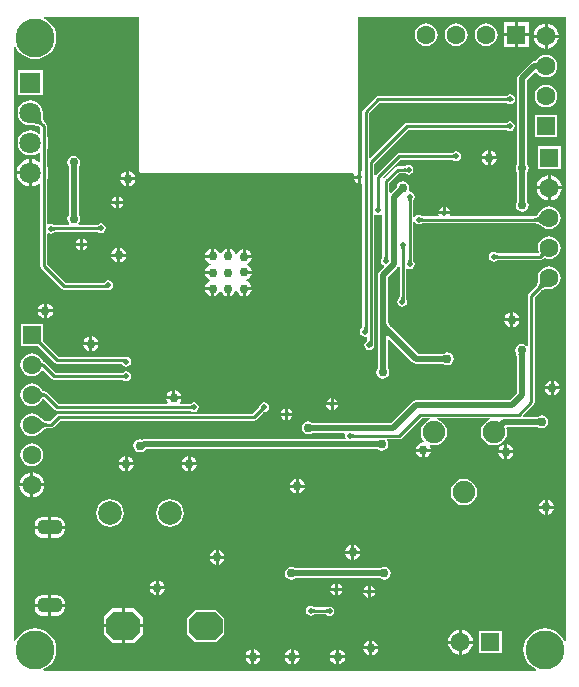
<source format=gbl>
G04*
G04 #@! TF.GenerationSoftware,Altium Limited,Altium Designer,18.1.6 (161)*
G04*
G04 Layer_Physical_Order=2*
G04 Layer_Color=16711680*
%FSTAX24Y24*%
%MOIN*%
G70*
G01*
G75*
%ADD12C,0.0100*%
G04:AMPARAMS|DCode=67|XSize=110.2mil|YSize=94.5mil|CornerRadius=0mil|HoleSize=0mil|Usage=FLASHONLY|Rotation=0.000|XOffset=0mil|YOffset=0mil|HoleType=Round|Shape=Octagon|*
%AMOCTAGOND67*
4,1,8,0.0551,-0.0236,0.0551,0.0236,0.0315,0.0472,-0.0315,0.0472,-0.0551,0.0236,-0.0551,-0.0236,-0.0315,-0.0472,0.0315,-0.0472,0.0551,-0.0236,0.0*
%
%ADD67OCTAGOND67*%

%ADD71C,0.0787*%
%ADD78C,0.0200*%
%ADD80R,0.0630X0.0630*%
%ADD81C,0.0630*%
%ADD82R,0.0630X0.0630*%
%ADD83R,0.0709X0.0709*%
%ADD84C,0.0709*%
G04:AMPARAMS|DCode=85|XSize=78.7mil|YSize=47.2mil|CornerRadius=14.2mil|HoleSize=0mil|Usage=FLASHONLY|Rotation=0.000|XOffset=0mil|YOffset=0mil|HoleType=Round|Shape=RoundedRectangle|*
%AMROUNDEDRECTD85*
21,1,0.0787,0.0189,0,0,0.0*
21,1,0.0504,0.0472,0,0,0.0*
1,1,0.0283,0.0252,-0.0094*
1,1,0.0283,-0.0252,-0.0094*
1,1,0.0283,-0.0252,0.0094*
1,1,0.0283,0.0252,0.0094*
%
%ADD85ROUNDEDRECTD85*%
%ADD86C,0.0750*%
%ADD87C,0.0200*%
%ADD88C,0.1299*%
%ADD89C,0.0300*%
G36*
X0285Y010152D02*
X02845Y010139D01*
X028393Y010246D01*
X028304Y010354D01*
X028196Y010443D01*
X028073Y010509D01*
X027939Y010549D01*
X0278Y010563D01*
X027661Y010549D01*
X027527Y010509D01*
X027404Y010443D01*
X027296Y010354D01*
X027207Y010246D01*
X027141Y010123D01*
X027101Y009989D01*
X027087Y00985D01*
X027101Y009711D01*
X027141Y009577D01*
X027207Y009454D01*
X027296Y009346D01*
X027404Y009257D01*
X027511Y0092D01*
X027498Y00915D01*
X011102D01*
X011089Y0092D01*
X011196Y009257D01*
X011304Y009346D01*
X011393Y009454D01*
X011459Y009577D01*
X011499Y009711D01*
X011513Y00985D01*
X011499Y009989D01*
X011459Y010123D01*
X011393Y010246D01*
X011304Y010354D01*
X011196Y010443D01*
X011073Y010509D01*
X010939Y010549D01*
X0108Y010563D01*
X010661Y010549D01*
X010527Y010509D01*
X010404Y010443D01*
X010296Y010354D01*
X010207Y010246D01*
X01015Y010139D01*
X0101Y010152D01*
Y029948D01*
X01015Y029961D01*
X010207Y029854D01*
X010296Y029746D01*
X010404Y029657D01*
X010527Y029591D01*
X010661Y029551D01*
X0108Y029537D01*
X010939Y029551D01*
X011073Y029591D01*
X011196Y029657D01*
X011304Y029746D01*
X011393Y029854D01*
X011459Y029977D01*
X011499Y030111D01*
X011513Y03025D01*
X011499Y030389D01*
X011459Y030523D01*
X011393Y030646D01*
X011304Y030754D01*
X011196Y030843D01*
X011089Y0309D01*
X011102Y03095D01*
X014285D01*
Y0258D01*
X014304Y025754D01*
X01435Y025735D01*
X021412D01*
X021435Y025691D01*
X021427Y025678D01*
X021421Y02565D01*
X021565D01*
Y025845D01*
X021565Y025845D01*
Y03095D01*
X0285D01*
Y010152D01*
D02*
G37*
%LPC*%
G36*
X027265Y030765D02*
X0269D01*
Y0304D01*
X027265D01*
Y030765D01*
D02*
G37*
G36*
X0268D02*
X026435D01*
Y0304D01*
X0268D01*
Y030765D01*
D02*
G37*
G36*
X027895Y030712D02*
Y03035D01*
X028257D01*
X02825Y030408D01*
X028208Y030509D01*
X028141Y030596D01*
X028055Y030662D01*
X027954Y030704D01*
X027895Y030712D01*
D02*
G37*
G36*
X027795D02*
X027737Y030704D01*
X027636Y030662D01*
X027549Y030596D01*
X027483Y030509D01*
X027441Y030408D01*
X027433Y03035D01*
X027795D01*
Y030712D01*
D02*
G37*
G36*
X02585Y030728D02*
X025752Y030715D01*
X025661Y030678D01*
X025583Y030617D01*
X025522Y030539D01*
X025485Y030448D01*
X025472Y03035D01*
X025485Y030252D01*
X025522Y030161D01*
X025583Y030083D01*
X025661Y030022D01*
X025752Y029985D01*
X02585Y029972D01*
X025948Y029985D01*
X026039Y030022D01*
X026117Y030083D01*
X026178Y030161D01*
X026215Y030252D01*
X026228Y03035D01*
X026215Y030448D01*
X026178Y030539D01*
X026117Y030617D01*
X026039Y030678D01*
X025948Y030715D01*
X02585Y030728D01*
D02*
G37*
G36*
X02485D02*
X024752Y030715D01*
X024661Y030678D01*
X024583Y030617D01*
X024522Y030539D01*
X024485Y030448D01*
X024472Y03035D01*
X024485Y030252D01*
X024522Y030161D01*
X024583Y030083D01*
X024661Y030022D01*
X024752Y029985D01*
X02485Y029972D01*
X024948Y029985D01*
X025039Y030022D01*
X025117Y030083D01*
X025178Y030161D01*
X025215Y030252D01*
X025228Y03035D01*
X025215Y030448D01*
X025178Y030539D01*
X025117Y030617D01*
X025039Y030678D01*
X024948Y030715D01*
X02485Y030728D01*
D02*
G37*
G36*
X02385D02*
X023752Y030715D01*
X023661Y030678D01*
X023583Y030617D01*
X023522Y030539D01*
X023485Y030448D01*
X023472Y03035D01*
X023485Y030252D01*
X023522Y030161D01*
X023583Y030083D01*
X023661Y030022D01*
X023752Y029985D01*
X02385Y029972D01*
X023948Y029985D01*
X024039Y030022D01*
X024117Y030083D01*
X024178Y030161D01*
X024215Y030252D01*
X024228Y03035D01*
X024215Y030448D01*
X024178Y030539D01*
X024117Y030617D01*
X024039Y030678D01*
X023948Y030715D01*
X02385Y030728D01*
D02*
G37*
G36*
X027265Y0303D02*
X0269D01*
Y029935D01*
X027265D01*
Y0303D01*
D02*
G37*
G36*
X0268D02*
X026435D01*
Y029935D01*
X0268D01*
Y0303D01*
D02*
G37*
G36*
X028257Y03025D02*
X027895D01*
Y029888D01*
X027954Y029896D01*
X028055Y029938D01*
X028141Y030004D01*
X028208Y030091D01*
X02825Y030192D01*
X028257Y03025D01*
D02*
G37*
G36*
X027795D02*
X027433D01*
X027441Y030192D01*
X027483Y030091D01*
X027549Y030004D01*
X027636Y029938D01*
X027737Y029896D01*
X027795Y029888D01*
Y03025D01*
D02*
G37*
G36*
X027845Y029678D02*
X027747Y029665D01*
X027656Y029628D01*
X027578Y029567D01*
X027518Y029489D01*
X027507Y029463D01*
X02745D01*
X027388Y029451D01*
X027335Y029415D01*
X026935Y029015D01*
X026899Y028962D01*
X026887Y0289D01*
Y026106D01*
X026885Y026102D01*
X026885Y026086D01*
X026884Y026037D01*
X026883Y026028D01*
X026852Y025982D01*
X026836Y0259D01*
X026852Y025818D01*
X026881Y025775D01*
X026885Y025695D01*
X026887Y025691D01*
Y024862D01*
X026885Y024857D01*
X026885Y024841D01*
X026884Y024792D01*
X026883Y024784D01*
X026852Y024737D01*
X026836Y024655D01*
X026852Y024573D01*
X026899Y024504D01*
X026968Y024457D01*
X02705Y024441D01*
X027132Y024457D01*
X027201Y024504D01*
X027248Y024573D01*
X027264Y024655D01*
X027248Y024737D01*
X027219Y02478D01*
X027215Y02486D01*
X027213Y024864D01*
Y025694D01*
X027215Y025698D01*
X027215Y025714D01*
X027216Y025763D01*
X027217Y025772D01*
X027248Y025818D01*
X027264Y0259D01*
X027248Y025982D01*
X027219Y026025D01*
X027215Y026105D01*
X027213Y026109D01*
Y028832D01*
X027475Y029094D01*
X027537Y029086D01*
X027578Y029033D01*
X027656Y028972D01*
X027747Y028935D01*
X027845Y028922D01*
X027943Y028935D01*
X028034Y028972D01*
X028113Y029033D01*
X028173Y029111D01*
X028211Y029202D01*
X028223Y0293D01*
X028211Y029398D01*
X028173Y029489D01*
X028113Y029567D01*
X028034Y029628D01*
X027943Y029665D01*
X027845Y029678D01*
D02*
G37*
G36*
X011064Y029164D02*
X010236D01*
Y028336D01*
X011064D01*
Y029164D01*
D02*
G37*
G36*
X02665Y028363D02*
X026588Y028351D01*
X026544Y028321D01*
X026542Y028321D01*
X02654Y02832D01*
X026539Y02832D01*
X026539Y02832D01*
X026538Y02832D01*
X026536Y028319D01*
X026535Y028319D01*
X026535Y028318D01*
X026533Y028318D01*
X02653Y028317D01*
X026526Y028316D01*
X026511Y028315D01*
X026502Y028315D01*
X026496Y028312D01*
X02225D01*
X02225Y028312D01*
X022207Y028304D01*
X022171Y028279D01*
X021746Y027854D01*
X021721Y027818D01*
X021713Y027775D01*
X021713Y027775D01*
Y025831D01*
X021665Y025796D01*
Y0256D01*
Y025404D01*
X021713Y025369D01*
Y020616D01*
X02171Y02061D01*
X02171Y020601D01*
X021709Y020595D01*
X021709Y02059D01*
X021708Y020587D01*
X021708Y020587D01*
X021707Y020585D01*
X021677Y020565D01*
X021642Y020512D01*
X021629Y02045D01*
X021642Y020388D01*
X021677Y020335D01*
X02173Y020299D01*
X021792Y020287D01*
X021838Y020296D01*
X021888Y020266D01*
Y020176D01*
X021887Y020175D01*
X021888Y020168D01*
Y020168D01*
X021885Y020161D01*
X021885Y020152D01*
X021885Y020149D01*
X021835Y020115D01*
X021799Y020062D01*
X021787Y02D01*
X021799Y019938D01*
X021835Y019885D01*
X021888Y019849D01*
X02195Y019837D01*
X022012Y019849D01*
X022065Y019885D01*
X022101Y019938D01*
X022109Y019979D01*
X022113Y019985D01*
X022112Y019993D01*
X022115Y020001D01*
X022115Y020004D01*
X022114Y020006D01*
X022115Y020008D01*
X022114Y020018D01*
X022113Y02002D01*
X022113Y020022D01*
X022113Y020025D01*
X022112Y020026D01*
Y020028D01*
X022112Y020029D01*
X022112Y02003D01*
Y020351D01*
X022115Y020363D01*
X022115Y020363D01*
Y020537D01*
X022115Y020537D01*
X022112Y020549D01*
Y02434D01*
X022162Y024366D01*
X022188Y024349D01*
X02225Y024337D01*
X022312Y024349D01*
X022338Y024366D01*
X022388Y02434D01*
Y022955D01*
X022385Y022949D01*
X022384Y022931D01*
X022384Y022925D01*
X022383Y02292D01*
X022382Y022917D01*
X022382Y022915D01*
X022381Y022915D01*
X022381Y022914D01*
X02238Y022912D01*
X02238Y022911D01*
X02238Y022911D01*
X02238Y02291D01*
X022379Y022908D01*
X022379Y022906D01*
X022349Y022862D01*
X022337Y0228D01*
X022349Y022738D01*
X022385Y022685D01*
X022424Y022658D01*
X022439Y022602D01*
X022285Y022448D01*
X022249Y022395D01*
X022237Y022332D01*
Y020649D01*
X022235Y020644D01*
X022237Y020641D01*
Y019306D01*
X022235Y019302D01*
X022235Y019286D01*
X022234Y019237D01*
X022233Y019228D01*
X022202Y019182D01*
X022186Y0191D01*
X022202Y019018D01*
X022249Y018949D01*
X022318Y018902D01*
X0224Y018886D01*
X022482Y018902D01*
X022551Y018949D01*
X022598Y019018D01*
X022614Y0191D01*
X022598Y019182D01*
X022569Y019225D01*
X022565Y019305D01*
X022563Y019309D01*
Y020173D01*
X022589Y020193D01*
X022622Y020198D01*
X023385Y019435D01*
X023438Y019399D01*
X0235Y019387D01*
X024344D01*
X024348Y019385D01*
X024364Y019385D01*
X024413Y019384D01*
X024422Y019383D01*
X024468Y019352D01*
X02455Y019336D01*
X024632Y019352D01*
X024701Y019399D01*
X024748Y019468D01*
X024764Y01955D01*
X024748Y019632D01*
X024701Y019701D01*
X024632Y019748D01*
X02455Y019764D01*
X024468Y019748D01*
X024425Y019719D01*
X024345Y019715D01*
X024341Y019713D01*
X023568D01*
X02269Y02059D01*
X022689Y020594D01*
X022664Y020621D01*
X022643Y020648D01*
X022624Y020674D01*
X022609Y020702D01*
X022595Y020731D01*
X022585Y020761D01*
X022576Y020791D01*
X02257Y020823D01*
X022566Y020857D01*
X022565Y020894D01*
X022564Y020896D01*
X022565Y020897D01*
X022563Y0209D01*
Y022265D01*
X022875Y022577D01*
X022907Y022624D01*
X022931Y022623D01*
X022957Y022615D01*
Y021621D01*
X022955Y021619D01*
X022956Y021613D01*
X022954Y021606D01*
X022954Y021597D01*
X022953Y021591D01*
X022952Y021586D01*
X022952Y021582D01*
X022951Y02158D01*
X022951Y02158D01*
X02295Y021578D01*
X02295Y021577D01*
X022949Y021577D01*
X022949Y021575D01*
X022935Y021565D01*
X022899Y021512D01*
X022887Y02145D01*
X022899Y021388D01*
X022935Y021335D01*
X022988Y021299D01*
X02305Y021287D01*
X023112Y021299D01*
X023165Y021335D01*
X023201Y021388D01*
X023213Y02145D01*
X023201Y021512D01*
X023189Y021529D01*
X023189Y021534D01*
X023189Y021538D01*
X023188Y02154D01*
X023188Y021541D01*
X023187Y021541D01*
X023186Y021548D01*
X023185Y021551D01*
X023184Y021575D01*
X023184Y021583D01*
X023181Y02159D01*
Y022527D01*
X023231Y022554D01*
X023238Y022549D01*
X0233Y022537D01*
X023362Y022549D01*
X023415Y022585D01*
X023451Y022638D01*
X023463Y0227D01*
X023451Y022762D01*
X023421Y022806D01*
X023421Y022808D01*
X02342Y02281D01*
X02342Y022811D01*
X02342Y022811D01*
X02342Y022812D01*
X023419Y022814D01*
X023419Y022815D01*
X023418Y022815D01*
X023418Y022817D01*
X023417Y02282D01*
X023416Y022824D01*
X023415Y022839D01*
X023415Y022848D01*
X023412Y022854D01*
Y024089D01*
X023462Y024104D01*
X023485Y02407D01*
X023538Y024035D01*
X0236Y024023D01*
X023662Y024035D01*
X023706Y024064D01*
X023708Y024065D01*
X02371Y024065D01*
X023711Y024066D01*
X023711Y024066D01*
X023712Y024066D01*
X023714Y024067D01*
X023715Y024067D01*
X023715Y024067D01*
X023717Y024068D01*
X02372Y024069D01*
X023724Y02407D01*
X023739Y024071D01*
X023748Y024071D01*
X023754Y024074D01*
X027457D01*
X027462Y024071D01*
X027477Y02407D01*
X027491Y024067D01*
X02751Y024061D01*
X027533Y024052D01*
X027558Y024041D01*
X027698Y023961D01*
X027739Y023934D01*
X027739Y023934D01*
X027739Y023934D01*
X027748Y023932D01*
X027761Y023922D01*
X027852Y023885D01*
X02795Y023872D01*
X028048Y023885D01*
X028139Y023922D01*
X028217Y023983D01*
X028278Y024061D01*
X028315Y024152D01*
X028328Y02425D01*
X028315Y024348D01*
X028278Y024439D01*
X028217Y024517D01*
X028139Y024578D01*
X028048Y024615D01*
X02795Y024628D01*
X027852Y024615D01*
X027761Y024578D01*
X027683Y024517D01*
X027641Y024463D01*
X027631Y024456D01*
X027608Y024423D01*
X027587Y024395D01*
X027566Y02437D01*
X027546Y02435D01*
X027527Y024333D01*
X027508Y024321D01*
X027491Y024312D01*
X027475Y024305D01*
X027461Y024302D01*
X027441Y024301D01*
X027437Y024299D01*
X027433Y024299D01*
X027431Y024298D01*
X024674D01*
X024642Y024348D01*
X024644Y024357D01*
X024256D01*
X024258Y024348D01*
X024226Y024298D01*
X023755D01*
X023749Y024301D01*
X023731Y024301D01*
X023725Y024302D01*
X02372Y024303D01*
X023717Y024304D01*
X023715Y024304D01*
X023715Y024304D01*
X023714Y024305D01*
X023712Y024306D01*
X023711Y024306D01*
X023711Y024306D01*
X02371Y024306D01*
X023708Y024307D01*
X023706Y024307D01*
X023662Y024337D01*
X0236Y024349D01*
X023538Y024337D01*
X023485Y024301D01*
X023462Y024268D01*
X023412Y024283D01*
Y024795D01*
X023415Y024801D01*
X023416Y024819D01*
X023416Y024825D01*
X023417Y02483D01*
X023418Y024833D01*
X023418Y024835D01*
X023419Y024835D01*
X023419Y024836D01*
X02342Y024838D01*
X02342Y024839D01*
X02342Y024839D01*
X02342Y02484D01*
X023421Y024842D01*
X023421Y024844D01*
X023451Y024888D01*
X023463Y02495D01*
X023451Y025012D01*
X023415Y025065D01*
X023362Y025101D01*
X0233Y025113D01*
X023292Y025111D01*
X023262Y025156D01*
X023266Y025164D01*
X023283Y025246D01*
X023266Y025328D01*
X02322Y025397D01*
X023151Y025444D01*
X023069Y02546D01*
X022987Y025444D01*
X022917Y025397D01*
X022871Y025328D01*
X022861Y025277D01*
X022807Y025217D01*
X022806Y025213D01*
X022662Y02507D01*
X022612Y025091D01*
Y025409D01*
X022941Y025738D01*
X023105D01*
X023111Y025735D01*
X023129Y025734D01*
X023135Y025734D01*
X02314Y025733D01*
X023143Y025732D01*
X023145Y025732D01*
X023145Y025731D01*
X023146Y025731D01*
X023148Y02573D01*
X023149Y02573D01*
X023149Y02573D01*
X02315Y02573D01*
X023152Y025729D01*
X023154Y025729D01*
X023198Y025699D01*
X02326Y025687D01*
X023322Y025699D01*
X023375Y025735D01*
X023411Y025788D01*
X023423Y02585D01*
X023411Y025912D01*
X023375Y025965D01*
X023322Y026001D01*
X02326Y026013D01*
X023198Y026001D01*
X023154Y025971D01*
X023152Y025971D01*
X02315Y02597D01*
X023149Y02597D01*
X023149Y02597D01*
X023148Y02597D01*
X023146Y025969D01*
X023145Y025969D01*
X023145Y025968D01*
X023143Y025968D01*
X02314Y025967D01*
X023136Y025966D01*
X023121Y025965D01*
X023112Y025965D01*
X023106Y025962D01*
X022895D01*
X022852Y025954D01*
X022816Y025929D01*
X022816Y025929D01*
X022446Y02556D01*
X022391Y025575D01*
X022389Y025581D01*
X022996Y026188D01*
X024695D01*
X024701Y026185D01*
X024719Y026184D01*
X024725Y026184D01*
X02473Y026183D01*
X024733Y026182D01*
X024735Y026182D01*
X024735Y026181D01*
X024736Y026181D01*
X024738Y02618D01*
X024739Y02618D01*
X024739Y02618D01*
X02474Y02618D01*
X024742Y026179D01*
X024744Y026179D01*
X024788Y026149D01*
X02485Y026137D01*
X024912Y026149D01*
X024965Y026185D01*
X025001Y026238D01*
X025013Y0263D01*
X025001Y026362D01*
X024965Y026415D01*
X024912Y026451D01*
X02485Y026463D01*
X024788Y026451D01*
X024744Y026421D01*
X024742Y026421D01*
X02474Y02642D01*
X024739Y02642D01*
X024739Y02642D01*
X024738Y02642D01*
X024736Y026419D01*
X024735Y026419D01*
X024735Y026418D01*
X024733Y026418D01*
X02473Y026417D01*
X024726Y026416D01*
X024711Y026415D01*
X024702Y026415D01*
X024696Y026412D01*
X02295D01*
X022907Y026404D01*
X022871Y026379D01*
X022871Y026379D01*
X022171Y025679D01*
X022162Y025667D01*
X022112Y025682D01*
Y026054D01*
X023246Y027188D01*
X026475D01*
X026481Y027185D01*
X0265Y027184D01*
X026505Y027184D01*
X02651Y027183D01*
X026513Y027182D01*
X026516Y027182D01*
X026516Y027181D01*
X026516Y027181D01*
X026518Y02718D01*
X026519Y02718D01*
X026519Y02718D01*
X026521Y02718D01*
X026522Y027179D01*
X026524Y027179D01*
X026568Y027149D01*
X02663Y027137D01*
X026693Y027149D01*
X026746Y027185D01*
X026781Y027238D01*
X026793Y0273D01*
X026781Y027362D01*
X026746Y027415D01*
X026693Y027451D01*
X02663Y027463D01*
X026568Y027451D01*
X026524Y027421D01*
X026522Y027421D01*
X026521Y02742D01*
X026519Y02742D01*
X026519Y02742D01*
X026518Y02742D01*
X026516Y027419D01*
X026516Y027419D01*
X026516Y027418D01*
X026513Y027418D01*
X02651Y027417D01*
X026506Y027416D01*
X026491Y027415D01*
X026482Y027415D01*
X026476Y027412D01*
X0232D01*
X023157Y027404D01*
X023121Y027379D01*
X023121Y027379D01*
X021983Y026242D01*
X021937Y026261D01*
Y027729D01*
X022296Y028088D01*
X026495D01*
X026501Y028085D01*
X026519Y028084D01*
X026525Y028084D01*
X02653Y028083D01*
X026533Y028082D01*
X026535Y028082D01*
X026535Y028081D01*
X026536Y028081D01*
X026538Y02808D01*
X026539Y02808D01*
X026539Y02808D01*
X02654Y02808D01*
X026542Y028079D01*
X026544Y028079D01*
X026588Y028049D01*
X02665Y028037D01*
X026712Y028049D01*
X026765Y028085D01*
X026801Y028138D01*
X026813Y0282D01*
X026801Y028262D01*
X026765Y028315D01*
X026712Y028351D01*
X02665Y028363D01*
D02*
G37*
G36*
X027845Y028678D02*
X027747Y028665D01*
X027656Y028628D01*
X027578Y028567D01*
X027518Y028489D01*
X02748Y028398D01*
X027467Y0283D01*
X02748Y028202D01*
X027518Y028111D01*
X027578Y028033D01*
X027656Y027972D01*
X027747Y027935D01*
X027845Y027922D01*
X027943Y027935D01*
X028034Y027972D01*
X028113Y028033D01*
X028173Y028111D01*
X028211Y028202D01*
X028223Y0283D01*
X028211Y028398D01*
X028173Y028489D01*
X028113Y028567D01*
X028034Y028628D01*
X027943Y028665D01*
X027845Y028678D01*
D02*
G37*
G36*
X01065Y028168D02*
X010542Y028154D01*
X010441Y028112D01*
X010354Y028045D01*
X010288Y027959D01*
X010246Y027858D01*
X010232Y02775D01*
X010246Y027642D01*
X010288Y027541D01*
X010354Y027455D01*
X010441Y027388D01*
X010542Y027346D01*
X01065Y027332D01*
X010653Y027331D01*
X010705Y02733D01*
X010796Y027325D01*
X010834Y02732D01*
X010868Y027314D01*
X010897Y027306D01*
X010922Y027298D01*
X010941Y027289D01*
X010956Y027279D01*
X010971Y027267D01*
X010976Y027265D01*
X010988Y027254D01*
Y027065D01*
X010938Y027051D01*
X010859Y027112D01*
X010758Y027154D01*
X01065Y027168D01*
X010542Y027154D01*
X010441Y027112D01*
X010354Y027046D01*
X010288Y026959D01*
X010246Y026858D01*
X010232Y02675D01*
X010246Y026642D01*
X010288Y026541D01*
X010354Y026455D01*
X010441Y026388D01*
X010542Y026346D01*
X01065Y026332D01*
X010758Y026346D01*
X010859Y026388D01*
X010938Y026449D01*
X010988Y026435D01*
Y026126D01*
X010938Y026102D01*
X010879Y026147D01*
X010769Y026193D01*
X0107Y026202D01*
Y02575D01*
Y025298D01*
X010769Y025307D01*
X010879Y025353D01*
X010938Y025398D01*
X010988Y025374D01*
Y02265D01*
X010988Y02265D01*
X010996Y022607D01*
X011021Y022571D01*
X011706Y021886D01*
X011742Y021862D01*
X011785Y021853D01*
X011785Y021853D01*
X013125D01*
X013131Y02185D01*
X013161Y02185D01*
X013174Y021849D01*
X013182Y021848D01*
X013182Y021848D01*
X013184Y021848D01*
X013184Y021848D01*
X013185Y021848D01*
X013186Y021848D01*
X013188Y021848D01*
X013245Y021837D01*
X013308Y021849D01*
X013361Y021885D01*
X013396Y021938D01*
X013408Y022D01*
X013396Y022062D01*
X013361Y022115D01*
X013308Y022151D01*
X013245Y022163D01*
X013183Y022151D01*
X01313Y022115D01*
X013108Y022082D01*
X013108Y022082D01*
X013107Y022082D01*
X013104Y022081D01*
X0131Y022081D01*
X013094Y02208D01*
X013085Y02208D01*
X013079Y022077D01*
X011831D01*
X011212Y022696D01*
Y023717D01*
X011262Y023744D01*
X011288Y023727D01*
X01135Y023715D01*
X011412Y023727D01*
X011465Y023763D01*
X011477Y023781D01*
X011479Y023781D01*
X01148Y023782D01*
X011481Y023782D01*
X011482Y023783D01*
X011484Y023783D01*
X011486Y023784D01*
X011499Y023785D01*
X011508Y023785D01*
X011514Y023788D01*
X012845D01*
X012851Y023785D01*
X012869Y023784D01*
X012875Y023784D01*
X01288Y023783D01*
X012883Y023782D01*
X012885Y023782D01*
X012885Y023781D01*
X012886Y023781D01*
X012888Y02378D01*
X012889Y02378D01*
X012889Y02378D01*
X01289Y02378D01*
X012892Y023779D01*
X012894Y023779D01*
X012938Y023749D01*
X013Y023737D01*
X013062Y023749D01*
X013115Y023785D01*
X013151Y023838D01*
X013163Y0239D01*
X013151Y023962D01*
X013115Y024015D01*
X013062Y024051D01*
X013Y024063D01*
X012938Y024051D01*
X012894Y024021D01*
X012892Y024021D01*
X01289Y02402D01*
X012889Y02402D01*
X012889Y02402D01*
X012888Y02402D01*
X012886Y024019D01*
X012885Y024019D01*
X012885Y024018D01*
X012883Y024018D01*
X01288Y024017D01*
X012876Y024016D01*
X012861Y024015D01*
X012852Y024015D01*
X012846Y024012D01*
X01226D01*
X012245Y024062D01*
X012251Y024067D01*
X012298Y024136D01*
X012314Y024218D01*
X012298Y0243D01*
X012269Y024343D01*
X012265Y024423D01*
X012263Y024427D01*
Y025894D01*
X012265Y025898D01*
X012265Y025914D01*
X012266Y025963D01*
X012267Y025972D01*
X012298Y026018D01*
X012314Y0261D01*
X012298Y026182D01*
X012251Y026251D01*
X012182Y026298D01*
X0121Y026314D01*
X012018Y026298D01*
X011949Y026251D01*
X011902Y026182D01*
X011886Y0261D01*
X011902Y026018D01*
X011931Y025975D01*
X011935Y025895D01*
X011937Y025891D01*
Y024424D01*
X011935Y02442D01*
X011935Y024404D01*
X011934Y024355D01*
X011933Y024347D01*
X011902Y0243D01*
X011886Y024218D01*
X011902Y024136D01*
X011949Y024067D01*
X011955Y024062D01*
X01194Y024012D01*
X011515D01*
X011509Y024015D01*
X011479Y024015D01*
X011456Y024017D01*
X011439Y024019D01*
X011435Y024019D01*
X011433Y02402D01*
X01143Y024021D01*
X011425Y024021D01*
X011412Y024029D01*
X01135Y024041D01*
X011288Y024029D01*
X011262Y024012D01*
X011212Y024038D01*
Y025506D01*
X011218Y025515D01*
X011226Y025558D01*
X011226Y025558D01*
Y025942D01*
X011226Y025942D01*
X011218Y025985D01*
X011212Y025994D01*
Y026506D01*
X011218Y026515D01*
X011226Y026558D01*
X011226Y026558D01*
Y026942D01*
X011226Y026942D01*
X011218Y026985D01*
X011212Y026994D01*
Y0273D01*
X011212Y0273D01*
X011204Y027343D01*
X011179Y027379D01*
X011179Y027379D01*
X011135Y027424D01*
X011133Y027429D01*
X011121Y027444D01*
X011111Y027459D01*
X011102Y027478D01*
X011094Y027503D01*
X011086Y027532D01*
X01108Y027566D01*
X011075Y027604D01*
X01107Y027695D01*
X011069Y027747D01*
X011068Y02775D01*
X011054Y027858D01*
X011012Y027959D01*
X010946Y028045D01*
X010859Y028112D01*
X010758Y028154D01*
X01065Y028168D01*
D02*
G37*
G36*
X02822Y027675D02*
X02747D01*
Y026925D01*
X02822D01*
Y027675D01*
D02*
G37*
G36*
X026Y026495D02*
Y0263D01*
X026195D01*
X026186Y026348D01*
X02613Y02643D01*
X026048Y026486D01*
X026Y026495D01*
D02*
G37*
G36*
X0259D02*
X025852Y026486D01*
X02577Y02643D01*
X025714Y026348D01*
X025705Y0263D01*
X0259D01*
Y026495D01*
D02*
G37*
G36*
X026195Y0262D02*
X026D01*
Y026005D01*
X026048Y026014D01*
X02613Y02607D01*
X026186Y026152D01*
X026195Y0262D01*
D02*
G37*
G36*
X0259D02*
X025705D01*
X025714Y026152D01*
X02577Y02607D01*
X025852Y026014D01*
X0259Y026005D01*
Y0262D01*
D02*
G37*
G36*
X028325Y026625D02*
X027575D01*
Y025875D01*
X028325D01*
Y026625D01*
D02*
G37*
G36*
X0106Y026202D02*
X010531Y026193D01*
X010421Y026147D01*
X010326Y026074D01*
X010253Y025979D01*
X010207Y025869D01*
X010198Y0258D01*
X0106D01*
Y026202D01*
D02*
G37*
G36*
X01395Y025795D02*
Y0256D01*
X014145D01*
X014136Y025648D01*
X01408Y02573D01*
X013998Y025786D01*
X01395Y025795D01*
D02*
G37*
G36*
X01385D02*
X013802Y025786D01*
X01372Y02573D01*
X013664Y025648D01*
X013655Y0256D01*
X01385D01*
Y025795D01*
D02*
G37*
G36*
X021565Y02555D02*
X021421D01*
X021427Y025522D01*
X021471Y025456D01*
X021537Y025412D01*
X021565Y025406D01*
Y02555D01*
D02*
G37*
G36*
X014145Y0255D02*
X01395D01*
Y025305D01*
X013998Y025315D01*
X01408Y02537D01*
X014136Y025452D01*
X014145Y0255D01*
D02*
G37*
G36*
X01385D02*
X013655D01*
X013664Y025452D01*
X01372Y02537D01*
X013802Y025315D01*
X01385Y025305D01*
Y0255D01*
D02*
G37*
G36*
X028Y025662D02*
Y0253D01*
X028362D01*
X028354Y025358D01*
X028312Y025459D01*
X028246Y025546D01*
X028159Y025612D01*
X028058Y025654D01*
X028Y025662D01*
D02*
G37*
G36*
X0279D02*
X027842Y025654D01*
X027741Y025612D01*
X027654Y025546D01*
X027588Y025459D01*
X027546Y025358D01*
X027538Y0253D01*
X0279D01*
Y025662D01*
D02*
G37*
G36*
X0106Y0257D02*
X010198D01*
X010207Y025631D01*
X010253Y025521D01*
X010326Y025426D01*
X010421Y025353D01*
X010531Y025307D01*
X0106Y025298D01*
Y0257D01*
D02*
G37*
G36*
X028362Y0252D02*
X028D01*
Y024838D01*
X028058Y024846D01*
X028159Y024888D01*
X028246Y024954D01*
X028312Y025041D01*
X028354Y025142D01*
X028362Y0252D01*
D02*
G37*
G36*
X0279D02*
X027538D01*
X027546Y025142D01*
X027588Y025041D01*
X027654Y024954D01*
X027741Y024888D01*
X027842Y024846D01*
X0279Y024838D01*
Y0252D01*
D02*
G37*
G36*
X0136Y024944D02*
Y0248D01*
X013744D01*
X013738Y024828D01*
X013694Y024894D01*
X013628Y024938D01*
X0136Y024944D01*
D02*
G37*
G36*
X0135D02*
X013472Y024938D01*
X013406Y024894D01*
X013362Y024828D01*
X013356Y0248D01*
X0135D01*
Y024944D01*
D02*
G37*
G36*
X013744Y0247D02*
X0136D01*
Y024556D01*
X013628Y024562D01*
X013694Y024606D01*
X013738Y024672D01*
X013744Y0247D01*
D02*
G37*
G36*
X0135D02*
X013356D01*
X013362Y024672D01*
X013406Y024606D01*
X013472Y024562D01*
X0135Y024556D01*
Y0247D01*
D02*
G37*
G36*
X0245Y024601D02*
Y024457D01*
X024644D01*
X024638Y024485D01*
X024594Y024551D01*
X024528Y024595D01*
X0245Y024601D01*
D02*
G37*
G36*
X0244D02*
X024372Y024595D01*
X024306Y024551D01*
X024262Y024485D01*
X024256Y024457D01*
X0244D01*
Y024601D01*
D02*
G37*
G36*
X01241Y023544D02*
Y0234D01*
X012554D01*
X012548Y023428D01*
X012504Y023494D01*
X012438Y023538D01*
X01241Y023544D01*
D02*
G37*
G36*
X01231D02*
X012282Y023538D01*
X012216Y023494D01*
X012172Y023428D01*
X012166Y0234D01*
X01231D01*
Y023544D01*
D02*
G37*
G36*
X012554Y0233D02*
X01241D01*
Y023156D01*
X012438Y023162D01*
X012504Y023206D01*
X012548Y023272D01*
X012554Y0233D01*
D02*
G37*
G36*
X01231D02*
X012166D01*
X012172Y023272D01*
X012216Y023206D01*
X012282Y023162D01*
X01231Y023156D01*
Y0233D01*
D02*
G37*
G36*
X02795Y023628D02*
X027852Y023615D01*
X027761Y023578D01*
X027683Y023517D01*
X027622Y023439D01*
X027585Y023348D01*
X027572Y02325D01*
X027585Y023152D01*
X027595Y023127D01*
X027594Y023117D01*
X027596Y023111D01*
X027585Y023086D01*
X027578Y023077D01*
X027562Y023062D01*
X026255D01*
X026249Y023065D01*
X026231Y023066D01*
X026225Y023066D01*
X02622Y023067D01*
X026217Y023068D01*
X026215Y023068D01*
X026215Y023069D01*
X026214Y023069D01*
X026212Y02307D01*
X026211Y02307D01*
X026211Y02307D01*
X02621Y02307D01*
X026208Y023071D01*
X026206Y023071D01*
X026162Y023101D01*
X0261Y023113D01*
X026038Y023101D01*
X025985Y023065D01*
X025949Y023012D01*
X025937Y02295D01*
X025949Y022888D01*
X025985Y022835D01*
X026038Y022799D01*
X0261Y022787D01*
X026162Y022799D01*
X026206Y022829D01*
X026208Y022829D01*
X02621Y02283D01*
X026211Y02283D01*
X026211Y02283D01*
X026212Y02283D01*
X026214Y022831D01*
X026215Y022831D01*
X026215Y022832D01*
X026217Y022832D01*
X02622Y022833D01*
X026224Y022834D01*
X026239Y022835D01*
X026248Y022835D01*
X026254Y022838D01*
X02765D01*
X02765Y022838D01*
X027693Y022846D01*
X027717Y022862D01*
X027729Y022867D01*
X027742Y022878D01*
X027752Y022886D01*
X027761Y022892D01*
X027769Y022896D01*
X027776Y022898D01*
X027783Y0229D01*
X02779Y0229D01*
X027797Y0229D01*
X027805Y022898D01*
X027817Y022894D01*
X027827Y022895D01*
X027852Y022885D01*
X02795Y022872D01*
X028048Y022885D01*
X028139Y022922D01*
X028217Y022983D01*
X028278Y023061D01*
X028315Y023152D01*
X028328Y02325D01*
X028315Y023348D01*
X028278Y023439D01*
X028217Y023517D01*
X028139Y023578D01*
X028048Y023615D01*
X02795Y023628D01*
D02*
G37*
G36*
X01365Y023249D02*
Y023054D01*
X013845D01*
X013836Y023102D01*
X01378Y023184D01*
X013698Y02324D01*
X01365Y023249D01*
D02*
G37*
G36*
X01355D02*
X013502Y02324D01*
X01342Y023184D01*
X013364Y023102D01*
X013355Y023054D01*
X01355D01*
Y023249D01*
D02*
G37*
G36*
X016674Y023202D02*
X016626Y023192D01*
X016543Y023137D01*
X016488Y023054D01*
X016479Y023007D01*
X016674D01*
Y023202D01*
D02*
G37*
G36*
X017834Y023192D02*
Y022997D01*
X018029D01*
X018019Y023044D01*
X017964Y023127D01*
X017881Y023182D01*
X017834Y023192D01*
D02*
G37*
G36*
X017299Y023212D02*
Y022967D01*
X017199D01*
Y023212D01*
X017151Y023202D01*
X017069Y023147D01*
X017013Y023064D01*
X017011Y023051D01*
X01696D01*
X016959Y023054D01*
X016904Y023137D01*
X016821Y023192D01*
X016774Y023202D01*
Y022957D01*
X016724D01*
Y022907D01*
X016479D01*
X016488Y022859D01*
X016543Y022777D01*
X016626Y022721D01*
X016663Y022714D01*
Y022663D01*
X016626Y022656D01*
X016543Y0226D01*
X016488Y022518D01*
X016479Y02247D01*
X016724D01*
Y02237D01*
X016479D01*
X016488Y022323D01*
X016543Y02224D01*
X016626Y022185D01*
X016654Y022179D01*
Y022128D01*
X016626Y022122D01*
X016543Y022067D01*
X016488Y021984D01*
X016479Y021937D01*
X016724D01*
Y021887D01*
X016774D01*
Y021642D01*
X016821Y021651D01*
X016904Y021707D01*
X016959Y021789D01*
X016961Y021797D01*
X017012D01*
X017013Y021789D01*
X017069Y021707D01*
X017151Y021651D01*
X017199Y021642D01*
Y021887D01*
X017299D01*
Y021642D01*
X017346Y021651D01*
X017429Y021707D01*
X017484Y021789D01*
X017491Y021822D01*
X017542D01*
X017548Y021789D01*
X017603Y021707D01*
X017686Y021651D01*
X017734Y021642D01*
Y021887D01*
X017784D01*
Y021937D01*
X018029D01*
X018019Y021984D01*
X017964Y022067D01*
X017881Y022122D01*
X017833Y022132D01*
Y022183D01*
X017881Y022192D01*
X017964Y022248D01*
X018019Y02233D01*
X018029Y022378D01*
X017784D01*
Y022478D01*
X018029D01*
X018019Y022525D01*
X017964Y022608D01*
X017885Y022661D01*
X017882Y022687D01*
X017885Y022714D01*
X017964Y022767D01*
X018019Y022849D01*
X018029Y022897D01*
X017784D01*
Y022947D01*
X017734D01*
Y023192D01*
X017686Y023182D01*
X017603Y023127D01*
X017548Y023044D01*
X017544Y023022D01*
X017493D01*
X017484Y023064D01*
X017429Y023147D01*
X017346Y023202D01*
X017299Y023212D01*
D02*
G37*
G36*
X013845Y022954D02*
X01365D01*
Y022759D01*
X013698Y022769D01*
X01378Y022824D01*
X013836Y022907D01*
X013845Y022954D01*
D02*
G37*
G36*
X01355D02*
X013355D01*
X013364Y022907D01*
X01342Y022824D01*
X013502Y022769D01*
X01355Y022759D01*
Y022954D01*
D02*
G37*
G36*
X018029Y021837D02*
X017834D01*
Y021642D01*
X017881Y021651D01*
X017964Y021707D01*
X018019Y021789D01*
X018029Y021837D01*
D02*
G37*
G36*
X016674D02*
X016479D01*
X016488Y021789D01*
X016543Y021707D01*
X016626Y021651D01*
X016674Y021642D01*
Y021837D01*
D02*
G37*
G36*
X011206Y021389D02*
Y021194D01*
X011401D01*
X011391Y021242D01*
X011336Y021324D01*
X011253Y02138D01*
X011206Y021389D01*
D02*
G37*
G36*
X011106D02*
X011058Y02138D01*
X010976Y021324D01*
X01092Y021242D01*
X010911Y021194D01*
X011106D01*
Y021389D01*
D02*
G37*
G36*
X02675Y021095D02*
Y0209D01*
X026945D01*
X026936Y020948D01*
X02688Y02103D01*
X026798Y021086D01*
X02675Y021095D01*
D02*
G37*
G36*
X02665D02*
X026602Y021086D01*
X02652Y02103D01*
X026465Y020948D01*
X026455Y0209D01*
X02665D01*
Y021095D01*
D02*
G37*
G36*
X011401Y021094D02*
X011206D01*
Y020899D01*
X011253Y020909D01*
X011336Y020964D01*
X011391Y021047D01*
X011401Y021094D01*
D02*
G37*
G36*
X011106D02*
X010911D01*
X01092Y021047D01*
X010976Y020964D01*
X011058Y020909D01*
X011106Y020899D01*
Y021094D01*
D02*
G37*
G36*
X026945Y0208D02*
X02675D01*
Y020605D01*
X026798Y020615D01*
X02688Y02067D01*
X026936Y020752D01*
X026945Y0208D01*
D02*
G37*
G36*
X02665D02*
X026455D01*
X026465Y020752D01*
X02652Y02067D01*
X026602Y020615D01*
X02665Y020605D01*
Y0208D01*
D02*
G37*
G36*
X012709Y020295D02*
Y0201D01*
X012904D01*
X012895Y020148D01*
X01284Y02023D01*
X012757Y020285D01*
X012709Y020295D01*
D02*
G37*
G36*
X012609D02*
X012562Y020285D01*
X012479Y02023D01*
X012424Y020148D01*
X012414Y0201D01*
X012609D01*
Y020295D01*
D02*
G37*
G36*
X02795Y022628D02*
X027852Y022615D01*
X027761Y022578D01*
X027683Y022517D01*
X027622Y022439D01*
X027585Y022348D01*
X027572Y022252D01*
X02757Y022247D01*
X02757Y022203D01*
X027565Y022125D01*
X02756Y022093D01*
X027555Y022064D01*
X027548Y022039D01*
X02754Y022018D01*
X027532Y022001D01*
X027523Y021988D01*
X027512Y021974D01*
X02751Y021969D01*
X027271Y021729D01*
X027246Y021693D01*
X027238Y02165D01*
X027238Y02165D01*
Y019974D01*
X027188Y019959D01*
X027176Y019976D01*
X027107Y020023D01*
X027025Y020039D01*
X026943Y020023D01*
X026874Y019976D01*
X026827Y019907D01*
X026811Y019825D01*
X026827Y019743D01*
X026856Y0197D01*
X02686Y01962D01*
X026862Y019616D01*
Y018393D01*
X026632Y018163D01*
X0235D01*
X023438Y018151D01*
X023385Y018115D01*
X022682Y017413D01*
X020126D01*
X020122Y017415D01*
X020105Y017415D01*
X020056Y017416D01*
X020048Y017417D01*
X020002Y017448D01*
X01992Y017464D01*
X019838Y017448D01*
X019768Y017401D01*
X019722Y017332D01*
X019706Y01725D01*
X019722Y017168D01*
X019768Y017099D01*
X019838Y017052D01*
X01992Y017036D01*
X020002Y017052D01*
X020045Y017081D01*
X020125Y017085D01*
X020129Y017087D01*
X02112D01*
X021147Y017037D01*
X021137Y016985D01*
X021149Y016923D01*
X021157Y016912D01*
X02113Y016862D01*
X014449D01*
X014386Y016849D01*
X014383Y016847D01*
X014382Y016848D01*
X0143Y016864D01*
X014218Y016848D01*
X014149Y016801D01*
X014102Y016732D01*
X014086Y01665D01*
X014102Y016568D01*
X014149Y016499D01*
X014218Y016452D01*
X0143Y016436D01*
X014327Y016441D01*
X01435Y016437D01*
X014412Y016449D01*
X014465Y016485D01*
X014516Y016535D01*
X022154D01*
X022158Y016534D01*
X022174Y016534D01*
X022223Y016532D01*
X022232Y016532D01*
X022278Y016501D01*
X02236Y016484D01*
X022442Y016501D01*
X022511Y016547D01*
X022558Y016617D01*
X022574Y016699D01*
X022558Y016781D01*
X02253Y016823D01*
X022556Y016873D01*
X02295D01*
X02295Y016873D01*
X022993Y016881D01*
X023029Y016906D01*
X023696Y017573D01*
X023979D01*
X023986Y017524D01*
X023881Y01748D01*
X02379Y01741D01*
X02372Y017319D01*
X023676Y017214D01*
X023661Y0171D01*
X023676Y016986D01*
X02372Y016881D01*
X023782Y016799D01*
X023767Y016764D01*
X023757Y016753D01*
X02375Y016755D01*
X023652Y016736D01*
X02357Y01668D01*
X023514Y016598D01*
X023505Y01655D01*
X023995D01*
X023986Y016598D01*
X023962Y016632D01*
X023977Y016659D01*
X023994Y016675D01*
X0241Y016661D01*
X024214Y016676D01*
X024319Y01672D01*
X02441Y01679D01*
X02448Y016881D01*
X024524Y016986D01*
X024539Y0171D01*
X024524Y017214D01*
X02448Y017319D01*
X02441Y01741D01*
X024319Y01748D01*
X024214Y017524D01*
X024221Y017573D01*
X025979D01*
X025986Y017524D01*
X025881Y01748D01*
X02579Y01741D01*
X02572Y017319D01*
X025676Y017214D01*
X025661Y0171D01*
X025676Y016986D01*
X02572Y016881D01*
X02579Y01679D01*
X025881Y01672D01*
X025986Y016676D01*
X0261Y016661D01*
X026214Y016676D01*
X026319Y01672D01*
X02641Y01679D01*
X02648Y016881D01*
X026524Y016986D01*
X026539Y0171D01*
X026524Y017214D01*
X026512Y017242D01*
X026534Y017277D01*
X026546Y017287D01*
X027494D01*
X027498Y017285D01*
X027514Y017285D01*
X027564Y017284D01*
X027572Y017283D01*
X027618Y017252D01*
X0277Y017236D01*
X027782Y017252D01*
X027851Y017299D01*
X027898Y017368D01*
X027914Y01745D01*
X027898Y017532D01*
X027851Y017601D01*
X027782Y017648D01*
X0277Y017664D01*
X027618Y017648D01*
X027575Y017619D01*
X027495Y017615D01*
X027491Y017613D01*
X027077D01*
X027058Y017659D01*
X027429Y018031D01*
X027429Y018031D01*
X027454Y018067D01*
X027462Y01811D01*
X027462Y01811D01*
Y021604D01*
X027669Y02181D01*
X027674Y021812D01*
X027688Y021823D01*
X027701Y021832D01*
X027718Y02184D01*
X027739Y021848D01*
X027764Y021855D01*
X027793Y02186D01*
X027825Y021865D01*
X027903Y02187D01*
X027947Y02187D01*
X027952Y021872D01*
X028048Y021885D01*
X028139Y021922D01*
X028217Y021983D01*
X028278Y022061D01*
X028315Y022152D01*
X028328Y02225D01*
X028315Y022348D01*
X028278Y022439D01*
X028217Y022517D01*
X028139Y022578D01*
X028048Y022615D01*
X02795Y022628D01*
D02*
G37*
G36*
X012904Y02D02*
X012709D01*
Y019805D01*
X012757Y019814D01*
X01284Y01987D01*
X012895Y019952D01*
X012904Y02D01*
D02*
G37*
G36*
X012609D02*
X012414D01*
X012424Y019952D01*
X012479Y01987D01*
X012562Y019814D01*
X012609Y019805D01*
Y02D01*
D02*
G37*
G36*
X011075Y02072D02*
X010325D01*
Y01997D01*
X010857D01*
X010862Y019967D01*
X010867Y019968D01*
X010872Y019966D01*
X010881Y01997D01*
X010902D01*
X010905Y019967D01*
X010917Y019959D01*
X01095Y019932D01*
X010969Y019913D01*
X010975Y019911D01*
X011471Y019415D01*
X011471Y019415D01*
X011507Y019391D01*
X01155Y019382D01*
X01155Y019382D01*
X013679D01*
X013683Y01938D01*
X013686Y019381D01*
X013689Y01938D01*
X013698Y019379D01*
X013704Y019379D01*
X013705Y019379D01*
X013735Y019335D01*
X013788Y019299D01*
X01385Y019287D01*
X013912Y019299D01*
X013965Y019335D01*
X014001Y019388D01*
X014013Y01945D01*
X014001Y019512D01*
X013965Y019565D01*
X013912Y019601D01*
X01385Y019613D01*
X01382Y019607D01*
X013816Y019609D01*
X013701Y01961D01*
X013694Y019607D01*
X011596D01*
X011134Y020069D01*
X011132Y020075D01*
X011097Y020113D01*
X011086Y020127D01*
X011077Y020139D01*
X011075Y020143D01*
Y020163D01*
X011079Y020172D01*
X011077Y020177D01*
X011078Y020182D01*
X011075Y020187D01*
Y02072D01*
D02*
G37*
G36*
X0107Y019723D02*
X010602Y01971D01*
X010511Y019672D01*
X010433Y019612D01*
X010372Y019534D01*
X010335Y019442D01*
X010322Y019345D01*
X010335Y019247D01*
X010372Y019155D01*
X010433Y019077D01*
X010511Y019017D01*
X010602Y018979D01*
X0107Y018966D01*
X010798Y018979D01*
X010889Y019017D01*
X010967Y019077D01*
X011028Y019155D01*
X011032Y019166D01*
X011081Y019176D01*
X011371Y018886D01*
X011371Y018886D01*
X011407Y018862D01*
X01145Y018853D01*
X01145Y018853D01*
X013695D01*
X013701Y01885D01*
X013719Y01885D01*
X013725Y018849D01*
X01373Y018848D01*
X013733Y018847D01*
X013735Y018847D01*
X013735Y018847D01*
X013736Y018846D01*
X013738Y018845D01*
X013739Y018845D01*
X013739Y018845D01*
X01374Y018845D01*
X013742Y018844D01*
X013744Y018844D01*
X013788Y018814D01*
X01385Y018802D01*
X013912Y018814D01*
X013965Y01885D01*
X014001Y018903D01*
X014013Y018965D01*
X014001Y019028D01*
X013965Y01908D01*
X013912Y019116D01*
X01385Y019128D01*
X013788Y019116D01*
X013744Y019087D01*
X013742Y019086D01*
X01374Y019086D01*
X013739Y019085D01*
X013739Y019085D01*
X013738Y019085D01*
X013736Y019084D01*
X013735Y019084D01*
X013735Y019084D01*
X013733Y019083D01*
X01373Y019082D01*
X013726Y019081D01*
X013711Y01908D01*
X013702Y01908D01*
X013696Y019077D01*
X011496D01*
X01115Y019424D01*
X011114Y019448D01*
X011084Y019454D01*
X011071Y01946D01*
X011062Y01946D01*
X011058Y01946D01*
X011028Y019534D01*
X010967Y019612D01*
X010889Y019672D01*
X010798Y01971D01*
X0107Y019723D01*
D02*
G37*
G36*
X0281Y018819D02*
Y018624D01*
X028295D01*
X028286Y018671D01*
X02823Y018754D01*
X028148Y018809D01*
X0281Y018819D01*
D02*
G37*
G36*
X028D02*
X027952Y018809D01*
X02787Y018754D01*
X027815Y018671D01*
X027805Y018624D01*
X028D01*
Y018819D01*
D02*
G37*
G36*
X028295Y018524D02*
X0281D01*
Y018329D01*
X028148Y018338D01*
X02823Y018393D01*
X028286Y018476D01*
X028295Y018524D01*
D02*
G37*
G36*
X028D02*
X027805D01*
X027815Y018476D01*
X02787Y018393D01*
X027952Y018338D01*
X028Y018329D01*
Y018524D01*
D02*
G37*
G36*
X015482Y018495D02*
Y0183D01*
X015677D01*
X015667Y018348D01*
X015612Y01843D01*
X01553Y018485D01*
X015482Y018495D01*
D02*
G37*
G36*
X015382D02*
X015334Y018485D01*
X015252Y01843D01*
X015196Y018348D01*
X015187Y0183D01*
X015382D01*
Y018495D01*
D02*
G37*
G36*
X020759Y018235D02*
Y018091D01*
X020903D01*
X020898Y018119D01*
X020854Y018185D01*
X020787Y018229D01*
X020759Y018235D01*
D02*
G37*
G36*
X020659D02*
X020631Y018229D01*
X020565Y018185D01*
X020521Y018119D01*
X020515Y018091D01*
X020659D01*
Y018235D01*
D02*
G37*
G36*
X020903Y017991D02*
X020759D01*
Y017847D01*
X020787Y017852D01*
X020854Y017896D01*
X020898Y017963D01*
X020903Y017991D01*
D02*
G37*
G36*
X020659D02*
X020515D01*
X020521Y017963D01*
X020565Y017896D01*
X020631Y017852D01*
X020659Y017847D01*
Y017991D01*
D02*
G37*
G36*
X01845Y018093D02*
X018388Y018081D01*
X018335Y018045D01*
X018299Y017992D01*
X018294Y017966D01*
X018291Y017961D01*
X018288Y017958D01*
X018288Y017956D01*
X018287Y017956D01*
X018287Y017955D01*
X018286Y017953D01*
X018284Y017951D01*
X018282Y017948D01*
X018267Y01793D01*
X018261Y017924D01*
X018259Y017917D01*
X018054Y017712D01*
X0116D01*
X011557Y017704D01*
X011521Y017679D01*
X011521Y017679D01*
X011298Y017457D01*
X01121D01*
X011205Y017459D01*
X011187Y017461D01*
X011172Y017464D01*
X011154Y01747D01*
X011134Y01748D01*
X011111Y017492D01*
X011087Y017509D01*
X011061Y017528D01*
X011002Y01758D01*
X010971Y017611D01*
X010966Y017613D01*
X010889Y017672D01*
X010798Y01771D01*
X0107Y017723D01*
X010602Y01771D01*
X010511Y017672D01*
X010433Y017612D01*
X010372Y017534D01*
X010335Y017442D01*
X010322Y017345D01*
X010335Y017247D01*
X010372Y017155D01*
X010433Y017077D01*
X010511Y017017D01*
X010602Y016979D01*
X0107Y016966D01*
X010798Y016979D01*
X010889Y017017D01*
X010966Y017076D01*
X010971Y017078D01*
X011002Y017109D01*
X011061Y017161D01*
X011087Y01718D01*
X011111Y017197D01*
X011134Y01721D01*
X011154Y017219D01*
X011172Y017225D01*
X011187Y017228D01*
X011205Y01723D01*
X01121Y017232D01*
X011345D01*
X011345Y017232D01*
X011387Y017241D01*
X011424Y017265D01*
X011646Y017488D01*
X0181D01*
X0181Y017488D01*
X018143Y017496D01*
X018179Y017521D01*
X018401Y017742D01*
X018405Y017743D01*
X018407Y017747D01*
X018412Y017749D01*
X018418Y017756D01*
X018423Y01776D01*
X018428Y017763D01*
X018431Y017765D01*
X018433Y017767D01*
X018433Y017767D01*
X018434Y017767D01*
X018434Y017767D01*
X018436Y017768D01*
X018437Y017768D01*
X018437Y017768D01*
X018438Y017769D01*
X018438Y017769D01*
X01845Y017767D01*
X018512Y017779D01*
X018565Y017815D01*
X018601Y017867D01*
X018613Y01793D01*
X018601Y017992D01*
X018565Y018045D01*
X018512Y018081D01*
X01845Y018093D01*
D02*
G37*
G36*
X0107Y018723D02*
X010602Y01871D01*
X010511Y018672D01*
X010433Y018612D01*
X010372Y018534D01*
X010335Y018442D01*
X010322Y018345D01*
X010335Y018247D01*
X010372Y018155D01*
X010433Y018077D01*
X010511Y018017D01*
X010602Y017979D01*
X0107Y017966D01*
X010798Y017979D01*
X010889Y018017D01*
X010967Y018077D01*
X011028Y018155D01*
X011033Y018168D01*
X011039Y018172D01*
X011047Y018187D01*
X011053Y018196D01*
X011057Y0182D01*
X011106Y018215D01*
X011471Y017851D01*
X011471Y017851D01*
X011507Y017826D01*
X01155Y017818D01*
X01155Y017818D01*
X015945D01*
X015951Y017815D01*
X015969Y017814D01*
X015975Y017814D01*
X01598Y017813D01*
X015983Y017812D01*
X015985Y017811D01*
X015985Y017811D01*
X015986Y017811D01*
X015988Y01781D01*
X015989Y01781D01*
X015989Y01781D01*
X01599Y01781D01*
X015992Y017809D01*
X015994Y017808D01*
X016038Y017779D01*
X0161Y017767D01*
X016162Y017779D01*
X016215Y017815D01*
X016251Y017867D01*
X016263Y01793D01*
X016251Y017992D01*
X016215Y018045D01*
X016162Y018081D01*
X0161Y018093D01*
X016038Y018081D01*
X015994Y018051D01*
X015992Y018051D01*
X01599Y01805D01*
X015989Y01805D01*
X015989Y01805D01*
X015988Y01805D01*
X015986Y018049D01*
X015985Y018048D01*
X015985Y018048D01*
X015983Y018048D01*
X01598Y018047D01*
X015976Y018046D01*
X015961Y018045D01*
X015952Y018045D01*
X015946Y018042D01*
X015654D01*
X015627Y018092D01*
X015667Y018152D01*
X015677Y0182D01*
X015187D01*
X015196Y018152D01*
X015237Y018092D01*
X01521Y018042D01*
X011596D01*
X011215Y018424D01*
X011178Y018448D01*
X01115Y018454D01*
X011138Y018459D01*
X01112Y01846D01*
X011107Y018462D01*
X011095Y018465D01*
X011085Y018469D01*
X011076Y018473D01*
X011068Y018479D01*
X01106Y018485D01*
X011053Y018493D01*
X011047Y018503D01*
X011039Y018517D01*
X011033Y018522D01*
X011028Y018534D01*
X010967Y018612D01*
X010889Y018672D01*
X010798Y01871D01*
X0107Y018723D01*
D02*
G37*
G36*
X01925Y017894D02*
Y01775D01*
X019394D01*
X019388Y017778D01*
X019344Y017844D01*
X019278Y017888D01*
X01925Y017894D01*
D02*
G37*
G36*
X01915D02*
X019122Y017888D01*
X019056Y017844D01*
X019012Y017778D01*
X019006Y01775D01*
X01915D01*
Y017894D01*
D02*
G37*
G36*
X019394Y01765D02*
X01925D01*
Y017506D01*
X019278Y017512D01*
X019344Y017556D01*
X019388Y017622D01*
X019394Y01765D01*
D02*
G37*
G36*
X01915D02*
X019006D01*
X019012Y017622D01*
X019056Y017556D01*
X019122Y017512D01*
X01915Y017506D01*
Y01765D01*
D02*
G37*
G36*
X02655Y016695D02*
Y0165D01*
X026745D01*
X026735Y016548D01*
X02668Y01663D01*
X026598Y016686D01*
X02655Y016695D01*
D02*
G37*
G36*
X02645D02*
X026402Y016686D01*
X02632Y01663D01*
X026265Y016548D01*
X026255Y0165D01*
X02645D01*
Y016695D01*
D02*
G37*
G36*
X023995Y01645D02*
X0238D01*
Y016255D01*
X023848Y016264D01*
X02393Y01632D01*
X023986Y016402D01*
X023995Y01645D01*
D02*
G37*
G36*
X0237D02*
X023505D01*
X023514Y016402D01*
X02357Y01632D01*
X023652Y016264D01*
X0237Y016255D01*
Y01645D01*
D02*
G37*
G36*
X026745Y0164D02*
X02655D01*
Y016205D01*
X026598Y016214D01*
X02668Y01627D01*
X026735Y016352D01*
X026745Y0164D01*
D02*
G37*
G36*
X02645D02*
X026255D01*
X026265Y016352D01*
X02632Y01627D01*
X026402Y016214D01*
X02645Y016205D01*
Y0164D01*
D02*
G37*
G36*
X0139Y016295D02*
Y0161D01*
X014095D01*
X014086Y016148D01*
X01403Y01623D01*
X013948Y016286D01*
X0139Y016295D01*
D02*
G37*
G36*
X0138D02*
X013752Y016286D01*
X01367Y01623D01*
X013614Y016148D01*
X013605Y0161D01*
X0138D01*
Y016295D01*
D02*
G37*
G36*
X016Y016292D02*
Y016097D01*
X016195D01*
X016185Y016145D01*
X01613Y016227D01*
X016048Y016283D01*
X016Y016292D01*
D02*
G37*
G36*
X0159D02*
X015852Y016283D01*
X01577Y016227D01*
X015714Y016145D01*
X015705Y016097D01*
X0159D01*
Y016292D01*
D02*
G37*
G36*
X0107Y016723D02*
X010602Y01671D01*
X010511Y016672D01*
X010433Y016612D01*
X010372Y016534D01*
X010335Y016442D01*
X010322Y016345D01*
X010335Y016247D01*
X010372Y016155D01*
X010433Y016077D01*
X010511Y016017D01*
X010602Y015979D01*
X0107Y015966D01*
X010798Y015979D01*
X010889Y016017D01*
X010967Y016077D01*
X011028Y016155D01*
X011065Y016247D01*
X011078Y016345D01*
X011065Y016442D01*
X011028Y016534D01*
X010967Y016612D01*
X010889Y016672D01*
X010798Y01671D01*
X0107Y016723D01*
D02*
G37*
G36*
X014095Y016D02*
X0139D01*
Y015805D01*
X013948Y015814D01*
X01403Y01587D01*
X014086Y015952D01*
X014095Y016D01*
D02*
G37*
G36*
X0138D02*
X013605D01*
X013614Y015952D01*
X01367Y01587D01*
X013752Y015814D01*
X0138Y015805D01*
Y016D01*
D02*
G37*
G36*
X016195Y015997D02*
X016D01*
Y015802D01*
X016048Y015812D01*
X01613Y015867D01*
X016185Y01595D01*
X016195Y015997D01*
D02*
G37*
G36*
X0159D02*
X015705D01*
X015714Y01595D01*
X01577Y015867D01*
X015852Y015812D01*
X0159Y015802D01*
Y015997D01*
D02*
G37*
G36*
X01075Y015757D02*
Y015395D01*
X011112D01*
X011104Y015453D01*
X011062Y015554D01*
X010996Y015641D01*
X010909Y015707D01*
X010808Y015749D01*
X01075Y015757D01*
D02*
G37*
G36*
X01065D02*
X010592Y015749D01*
X010491Y015707D01*
X010404Y015641D01*
X010338Y015554D01*
X010296Y015453D01*
X010288Y015395D01*
X01065D01*
Y015757D01*
D02*
G37*
G36*
X019603Y015548D02*
Y015353D01*
X019798D01*
X019789Y015401D01*
X019733Y015483D01*
X019651Y015539D01*
X019603Y015548D01*
D02*
G37*
G36*
X019503D02*
X019456Y015539D01*
X019373Y015483D01*
X019318Y015401D01*
X019308Y015353D01*
X019503D01*
Y015548D01*
D02*
G37*
G36*
X019798Y015253D02*
X019603D01*
Y015058D01*
X019651Y015068D01*
X019733Y015123D01*
X019789Y015206D01*
X019798Y015253D01*
D02*
G37*
G36*
X019503D02*
X019308D01*
X019318Y015206D01*
X019373Y015123D01*
X019456Y015068D01*
X019503Y015058D01*
Y015253D01*
D02*
G37*
G36*
X011112Y015295D02*
X01075D01*
Y014933D01*
X010808Y01494D01*
X010909Y014982D01*
X010996Y015049D01*
X011062Y015135D01*
X011104Y015236D01*
X011112Y015295D01*
D02*
G37*
G36*
X01065D02*
X010288D01*
X010296Y015236D01*
X010338Y015135D01*
X010404Y015049D01*
X010491Y014982D01*
X010592Y01494D01*
X01065Y014933D01*
Y015295D01*
D02*
G37*
G36*
X0251Y015539D02*
X024986Y015524D01*
X024881Y01548D01*
X02479Y01541D01*
X02472Y015319D01*
X024676Y015214D01*
X024661Y0151D01*
X024676Y014986D01*
X02472Y014881D01*
X02479Y01479D01*
X024881Y01472D01*
X024986Y014676D01*
X0251Y014661D01*
X025214Y014676D01*
X025319Y01472D01*
X02541Y01479D01*
X02548Y014881D01*
X025524Y014986D01*
X025539Y0151D01*
X025524Y015214D01*
X02548Y015319D01*
X02541Y01541D01*
X025319Y01548D01*
X025214Y015524D01*
X0251Y015539D01*
D02*
G37*
G36*
X027895Y01484D02*
Y014645D01*
X02809D01*
X028081Y014693D01*
X028026Y014776D01*
X027943Y014831D01*
X027895Y01484D01*
D02*
G37*
G36*
X027795D02*
X027748Y014831D01*
X027665Y014776D01*
X02761Y014693D01*
X0276Y014645D01*
X027795D01*
Y01484D01*
D02*
G37*
G36*
X02809Y014545D02*
X027895D01*
Y01435D01*
X027943Y01436D01*
X028026Y014415D01*
X028081Y014498D01*
X02809Y014545D01*
D02*
G37*
G36*
X027795D02*
X0276D01*
X02761Y014498D01*
X027665Y014415D01*
X027748Y01436D01*
X027795Y01435D01*
Y014545D01*
D02*
G37*
G36*
X011549Y014268D02*
X011347D01*
Y013977D01*
X011795D01*
Y014022D01*
X011777Y014116D01*
X011723Y014196D01*
X011643Y01425D01*
X011549Y014268D01*
D02*
G37*
G36*
X011247D02*
X011045D01*
X010951Y01425D01*
X010871Y014196D01*
X010817Y014116D01*
X010798Y014022D01*
Y013977D01*
X011247D01*
Y014268D01*
D02*
G37*
G36*
X0153Y014858D02*
X015182Y014842D01*
X015071Y014796D01*
X014976Y014724D01*
X014904Y014629D01*
X014858Y014518D01*
X014842Y0144D01*
X014858Y014282D01*
X014904Y014171D01*
X014976Y014076D01*
X015071Y014004D01*
X015182Y013958D01*
X0153Y013942D01*
X015418Y013958D01*
X015529Y014004D01*
X015624Y014076D01*
X015696Y014171D01*
X015742Y014282D01*
X015758Y0144D01*
X015742Y014518D01*
X015696Y014629D01*
X015624Y014724D01*
X015529Y014796D01*
X015418Y014842D01*
X0153Y014858D01*
D02*
G37*
G36*
X0133D02*
X013182Y014842D01*
X013071Y014796D01*
X012976Y014724D01*
X012904Y014629D01*
X012858Y014518D01*
X012842Y0144D01*
X012858Y014282D01*
X012904Y014171D01*
X012976Y014076D01*
X013071Y014004D01*
X013182Y013958D01*
X0133Y013942D01*
X013418Y013958D01*
X013529Y014004D01*
X013624Y014076D01*
X013696Y014171D01*
X013742Y014282D01*
X013758Y0144D01*
X013742Y014518D01*
X013696Y014629D01*
X013624Y014724D01*
X013529Y014796D01*
X013418Y014842D01*
X0133Y014858D01*
D02*
G37*
G36*
X011795Y013877D02*
X011347D01*
Y013586D01*
X011549D01*
X011643Y013605D01*
X011723Y013659D01*
X011777Y013739D01*
X011795Y013833D01*
Y013877D01*
D02*
G37*
G36*
X011247D02*
X010798D01*
Y013833D01*
X010817Y013739D01*
X010871Y013659D01*
X010951Y013605D01*
X011045Y013586D01*
X011247D01*
Y013877D01*
D02*
G37*
G36*
X021445Y01334D02*
Y013145D01*
X02164D01*
X021631Y013193D01*
X021576Y013276D01*
X021493Y013331D01*
X021445Y01334D01*
D02*
G37*
G36*
X021345D02*
X021298Y013331D01*
X021215Y013276D01*
X02116Y013193D01*
X02115Y013145D01*
X021345D01*
Y01334D01*
D02*
G37*
G36*
X016924Y013171D02*
Y012976D01*
X017119D01*
X01711Y013023D01*
X017054Y013106D01*
X016972Y013161D01*
X016924Y013171D01*
D02*
G37*
G36*
X016824D02*
X016777Y013161D01*
X016694Y013106D01*
X016639Y013023D01*
X016629Y012976D01*
X016824D01*
Y013171D01*
D02*
G37*
G36*
X02164Y013045D02*
X021445D01*
Y01285D01*
X021493Y01286D01*
X021576Y012915D01*
X021631Y012998D01*
X02164Y013045D01*
D02*
G37*
G36*
X021345D02*
X02115D01*
X02116Y012998D01*
X021215Y012915D01*
X021298Y01286D01*
X021345Y01285D01*
Y013045D01*
D02*
G37*
G36*
X017119Y012876D02*
X016924D01*
Y012681D01*
X016972Y01269D01*
X017054Y012746D01*
X01711Y012828D01*
X017119Y012876D01*
D02*
G37*
G36*
X016824D02*
X016629D01*
X016639Y012828D01*
X016694Y012746D01*
X016777Y01269D01*
X016824Y012681D01*
Y012876D01*
D02*
G37*
G36*
X02245Y012614D02*
X022368Y012598D01*
X022325Y012569D01*
X022245Y012565D01*
X022241Y012563D01*
X019556D01*
X019552Y012565D01*
X019536Y012565D01*
X019487Y012566D01*
X019478Y012567D01*
X019432Y012598D01*
X01935Y012614D01*
X019268Y012598D01*
X019199Y012551D01*
X019152Y012482D01*
X019136Y0124D01*
X019152Y012318D01*
X019199Y012249D01*
X019268Y012202D01*
X01935Y012186D01*
X019432Y012202D01*
X019475Y012231D01*
X019555Y012235D01*
X019559Y012237D01*
X022244D01*
X022248Y012235D01*
X022264Y012235D01*
X022313Y012234D01*
X022322Y012233D01*
X022368Y012202D01*
X02245Y012186D01*
X022532Y012202D01*
X022601Y012249D01*
X022648Y012318D01*
X022664Y0124D01*
X022648Y012482D01*
X022601Y012551D01*
X022532Y012598D01*
X02245Y012614D01*
D02*
G37*
G36*
X014937Y012154D02*
Y011959D01*
X015132D01*
X015123Y012007D01*
X015067Y01209D01*
X014985Y012145D01*
X014937Y012154D01*
D02*
G37*
G36*
X014837D02*
X01479Y012145D01*
X014707Y01209D01*
X014652Y012007D01*
X014642Y011959D01*
X014837D01*
Y012154D01*
D02*
G37*
G36*
X0209Y012044D02*
Y0119D01*
X021044D01*
X021038Y011928D01*
X020994Y011994D01*
X020928Y012038D01*
X0209Y012044D01*
D02*
G37*
G36*
X0208D02*
X020772Y012038D01*
X020706Y011994D01*
X020662Y011928D01*
X020656Y0119D01*
X0208D01*
Y012044D01*
D02*
G37*
G36*
X021995Y011971D02*
Y011827D01*
X022139D01*
X022134Y011855D01*
X022089Y011922D01*
X022023Y011966D01*
X021995Y011971D01*
D02*
G37*
G36*
X021895D02*
X021867Y011966D01*
X021801Y011922D01*
X021757Y011855D01*
X021751Y011827D01*
X021895D01*
Y011971D01*
D02*
G37*
G36*
X015132Y011859D02*
X014937D01*
Y011665D01*
X014985Y011674D01*
X015067Y011729D01*
X015123Y011812D01*
X015132Y011859D01*
D02*
G37*
G36*
X014837D02*
X014642D01*
X014652Y011812D01*
X014707Y011729D01*
X01479Y011674D01*
X014837Y011665D01*
Y011859D01*
D02*
G37*
G36*
X021044Y0118D02*
X0209D01*
Y011656D01*
X020928Y011662D01*
X020994Y011706D01*
X021038Y011772D01*
X021044Y0118D01*
D02*
G37*
G36*
X0208D02*
X020656D01*
X020662Y011772D01*
X020706Y011706D01*
X020772Y011662D01*
X0208Y011656D01*
Y0118D01*
D02*
G37*
G36*
X022139Y011727D02*
X021995D01*
Y011583D01*
X022023Y011589D01*
X022089Y011633D01*
X022134Y011699D01*
X022139Y011727D01*
D02*
G37*
G36*
X021895D02*
X021751D01*
X021757Y011699D01*
X021801Y011633D01*
X021867Y011589D01*
X021895Y011583D01*
Y011727D01*
D02*
G37*
G36*
X011549Y01167D02*
X011347D01*
Y011379D01*
X011795D01*
Y011423D01*
X011777Y011518D01*
X011723Y011598D01*
X011643Y011651D01*
X011549Y01167D01*
D02*
G37*
G36*
X011247D02*
X011045D01*
X010951Y011651D01*
X010871Y011598D01*
X010817Y011518D01*
X010798Y011423D01*
Y011379D01*
X011247D01*
Y01167D01*
D02*
G37*
G36*
X011795Y011279D02*
X011347D01*
Y010988D01*
X011549D01*
X011643Y011007D01*
X011723Y01106D01*
X011777Y01114D01*
X011795Y011234D01*
Y011279D01*
D02*
G37*
G36*
X011247D02*
X010798D01*
Y011234D01*
X010817Y01114D01*
X010871Y01106D01*
X010951Y011007D01*
X011045Y010988D01*
X011247D01*
Y011279D01*
D02*
G37*
G36*
X020001Y011313D02*
X019938Y011301D01*
X019885Y011265D01*
X01985Y011212D01*
X019837Y01115D01*
X01985Y011088D01*
X019885Y011035D01*
X019938Y010999D01*
X020001Y010987D01*
X020063Y010999D01*
X020107Y011029D01*
X020109Y011029D01*
X02011Y01103D01*
X020111Y01103D01*
X020112Y01103D01*
X020113Y01103D01*
X020114Y011031D01*
X020115Y011031D01*
X020115Y011032D01*
X020117Y011032D01*
X020121Y011033D01*
X020125Y011034D01*
X02014Y011035D01*
X020148Y011035D01*
X020155Y011038D01*
X02046D01*
X020467Y011035D01*
X020476Y011035D01*
X020482Y011034D01*
X020487Y011034D01*
X02049Y011033D01*
X020491Y011033D01*
X020492Y011032D01*
X020493Y011032D01*
X020494Y011031D01*
X020495Y011031D01*
X02051Y01101D01*
X020563Y010974D01*
X020625Y010962D01*
X020687Y010974D01*
X02074Y01101D01*
X020776Y011063D01*
X020788Y011125D01*
X020776Y011187D01*
X02074Y01124D01*
X020687Y011276D01*
X020625Y011288D01*
X020563Y011276D01*
X020553Y011269D01*
X020552Y011269D01*
X020546Y011269D01*
X020544Y011268D01*
X020544Y011268D01*
X020544Y011268D01*
X020543Y011268D01*
X020543Y011268D01*
X020541Y011268D01*
X020538Y011267D01*
X020507Y011265D01*
X020498Y011265D01*
X020492Y011262D01*
X020156D01*
X02015Y011265D01*
X020131Y011266D01*
X020126Y011266D01*
X020121Y011267D01*
X020117Y011268D01*
X020115Y011268D01*
X020115Y011269D01*
X020114Y011269D01*
X020113Y01127D01*
X020112Y01127D01*
X020111Y01127D01*
X02011Y01127D01*
X020109Y011271D01*
X020107Y011271D01*
X020063Y011301D01*
X020001Y011313D01*
D02*
G37*
G36*
X014109Y011222D02*
X013794D01*
Y0107D01*
X014395D01*
Y010936D01*
X014109Y011222D01*
D02*
G37*
G36*
X013694D02*
X013379D01*
X013093Y010936D01*
Y0107D01*
X013694D01*
Y011222D01*
D02*
G37*
G36*
X025037Y010512D02*
Y01015D01*
X025399D01*
X025391Y010208D01*
X025349Y010309D01*
X025283Y010396D01*
X025196Y010462D01*
X025095Y010504D01*
X025037Y010512D01*
D02*
G37*
G36*
X024937Y010512D02*
X024879Y010504D01*
X024778Y010462D01*
X024691Y010396D01*
X024625Y010309D01*
X024583Y010208D01*
X024575Y01015D01*
X024937D01*
Y010512D01*
D02*
G37*
G36*
X016845Y011182D02*
X016155D01*
X015889Y010916D01*
Y010384D01*
X016155Y010118D01*
X016845D01*
X017111Y010384D01*
Y010916D01*
X016845Y011182D01*
D02*
G37*
G36*
X014395Y0106D02*
X013794D01*
Y010078D01*
X014109D01*
X014395Y010364D01*
Y0106D01*
D02*
G37*
G36*
X013694D02*
X013093D01*
Y010364D01*
X013379Y010078D01*
X013694D01*
Y0106D01*
D02*
G37*
G36*
X022045Y01015D02*
Y009955D01*
X02224D01*
X022231Y010002D01*
X022176Y010085D01*
X022093Y01014D01*
X022045Y01015D01*
D02*
G37*
G36*
X021945D02*
X021898Y01014D01*
X021815Y010085D01*
X02176Y010002D01*
X02175Y009955D01*
X021945D01*
Y01015D01*
D02*
G37*
G36*
X026362Y010475D02*
X025612D01*
Y009725D01*
X026362D01*
Y010475D01*
D02*
G37*
G36*
X024937Y01005D02*
X024575D01*
X024583Y009992D01*
X024625Y009891D01*
X024691Y009804D01*
X024778Y009738D01*
X024879Y009696D01*
X024937Y009688D01*
Y01005D01*
D02*
G37*
G36*
X025399D02*
X025037D01*
Y009688D01*
X025095Y009696D01*
X025196Y009738D01*
X025283Y009804D01*
X025349Y009891D01*
X025391Y009992D01*
X025399Y01005D01*
D02*
G37*
G36*
X019432Y009863D02*
Y009668D01*
X019626D01*
X019617Y009716D01*
X019562Y009799D01*
X019479Y009854D01*
X019432Y009863D01*
D02*
G37*
G36*
X019332D02*
X019284Y009854D01*
X019201Y009799D01*
X019146Y009716D01*
X019137Y009668D01*
X019332D01*
Y009863D01*
D02*
G37*
G36*
X018118D02*
Y009668D01*
X018313D01*
X018304Y009716D01*
X018249Y009799D01*
X018166Y009854D01*
X018118Y009863D01*
D02*
G37*
G36*
X018018D02*
X017971Y009854D01*
X017888Y009799D01*
X017833Y009716D01*
X017824Y009668D01*
X018018D01*
Y009863D01*
D02*
G37*
G36*
X02224Y009855D02*
X022045D01*
Y00966D01*
X022093Y009669D01*
X022176Y009724D01*
X022231Y009807D01*
X02224Y009855D01*
D02*
G37*
G36*
X021945D02*
X02175D01*
X02176Y009807D01*
X021815Y009724D01*
X021898Y009669D01*
X021945Y00966D01*
Y009855D01*
D02*
G37*
G36*
X020941Y009854D02*
Y009659D01*
X021136D01*
X021127Y009706D01*
X021072Y009789D01*
X020989Y009844D01*
X020941Y009854D01*
D02*
G37*
G36*
X020841D02*
X020794Y009844D01*
X020711Y009789D01*
X020656Y009706D01*
X020646Y009659D01*
X020841D01*
Y009854D01*
D02*
G37*
G36*
X019626Y009568D02*
X019432D01*
Y009374D01*
X019479Y009383D01*
X019562Y009438D01*
X019617Y009521D01*
X019626Y009568D01*
D02*
G37*
G36*
X019332D02*
X019137D01*
X019146Y009521D01*
X019201Y009438D01*
X019284Y009383D01*
X019332Y009374D01*
Y009568D01*
D02*
G37*
G36*
X018313D02*
X018118D01*
Y009374D01*
X018166Y009383D01*
X018249Y009438D01*
X018304Y009521D01*
X018313Y009568D01*
D02*
G37*
G36*
X018018D02*
X017824D01*
X017833Y009521D01*
X017888Y009438D01*
X017971Y009383D01*
X018018Y009374D01*
Y009568D01*
D02*
G37*
G36*
X021136Y009559D02*
X020941D01*
Y009364D01*
X020989Y009373D01*
X021072Y009428D01*
X021127Y009511D01*
X021136Y009559D01*
D02*
G37*
G36*
X020841D02*
X020646D01*
X020656Y009511D01*
X020711Y009428D01*
X020794Y009373D01*
X020841Y009364D01*
Y009559D01*
D02*
G37*
%LPD*%
G36*
X027155Y026007D02*
X026945D01*
X026946Y026009D01*
X026947Y026012D01*
X026948Y026018D01*
X026949Y026033D01*
X02695Y026085D01*
X02695Y026102D01*
X02715D01*
X027155Y026007D01*
D02*
G37*
G36*
X027154Y025791D02*
X027153Y025788D01*
X027152Y025782D01*
X027151Y025767D01*
X02715Y025715D01*
X02715Y025698D01*
X02695D01*
X026945Y025793D01*
X027155D01*
X027154Y025791D01*
D02*
G37*
G36*
X027155Y024762D02*
X026945D01*
X026946Y024764D01*
X026947Y024768D01*
X026948Y024773D01*
X026949Y024788D01*
X02695Y02484D01*
X02695Y024857D01*
X02715D01*
X027155Y024762D01*
D02*
G37*
G36*
X026579Y02813D02*
X026574Y028134D01*
X026569Y028137D01*
X026564Y02814D01*
X026557Y028143D01*
X02655Y028145D01*
X026542Y028147D01*
X026534Y028148D01*
X026524Y028149D01*
X026503Y02815D01*
Y02825D01*
X026514Y02825D01*
X026534Y028252D01*
X026542Y028253D01*
X02655Y028255D01*
X026557Y028257D01*
X026564Y02826D01*
X026569Y028263D01*
X026574Y028266D01*
X026579Y02827D01*
Y02813D01*
D02*
G37*
G36*
X026559Y02723D02*
X026555Y027234D01*
X02655Y027237D01*
X026544Y02724D01*
X026537Y027243D01*
X02653Y027245D01*
X026522Y027247D01*
X026514Y027248D01*
X026504Y027249D01*
X026484Y02725D01*
Y02735D01*
X026494Y02735D01*
X026514Y027352D01*
X026522Y027353D01*
X02653Y027355D01*
X026537Y027357D01*
X026544Y02736D01*
X02655Y027363D01*
X026555Y027366D01*
X026559Y02737D01*
Y02723D01*
D02*
G37*
G36*
X024779Y02623D02*
X024774Y026234D01*
X024769Y026237D01*
X024764Y02624D01*
X024757Y026243D01*
X02475Y026245D01*
X024742Y026247D01*
X024734Y026248D01*
X024724Y026249D01*
X024703Y02625D01*
Y02635D01*
X024714Y02635D01*
X024734Y026352D01*
X024742Y026353D01*
X02475Y026355D01*
X024757Y026357D01*
X024764Y02636D01*
X024769Y026363D01*
X024774Y026366D01*
X024779Y02637D01*
Y02623D01*
D02*
G37*
G36*
X023189Y02578D02*
X023184Y025784D01*
X023179Y025787D01*
X023174Y02579D01*
X023167Y025793D01*
X02316Y025795D01*
X023152Y025797D01*
X023144Y025798D01*
X023134Y025799D01*
X023113Y0258D01*
Y0259D01*
X023124Y0259D01*
X023144Y025902D01*
X023152Y025903D01*
X02316Y025905D01*
X023167Y025907D01*
X023174Y02591D01*
X023179Y025913D01*
X023184Y025916D01*
X023189Y02592D01*
Y02578D01*
D02*
G37*
G36*
X023067Y025096D02*
X023065Y025095D01*
X023062Y025093D01*
X023058Y02509D01*
X023046Y02508D01*
X023009Y025044D01*
X022997Y025032D01*
X022855Y025174D01*
X022919Y025244D01*
X023067Y025096D01*
D02*
G37*
G36*
X023366Y024874D02*
X023363Y024869D01*
X02336Y024864D01*
X023357Y024857D01*
X023355Y02485D01*
X023353Y024842D01*
X023352Y024834D01*
X023351Y024824D01*
X02335Y024803D01*
X02325D01*
X02325Y024814D01*
X023248Y024834D01*
X023247Y024842D01*
X023245Y02485D01*
X023243Y024857D01*
X02324Y024864D01*
X023237Y024869D01*
X023234Y024874D01*
X02323Y024879D01*
X02337D01*
X023366Y024874D01*
D02*
G37*
G36*
X0223Y024636D02*
X022302Y024616D01*
X022303Y024608D01*
X022305Y0246D01*
X022307Y024593D01*
X02231Y024586D01*
X022313Y024581D01*
X022316Y024576D01*
X02232Y024571D01*
X02218D01*
X022184Y024576D01*
X022187Y024581D01*
X02219Y024586D01*
X022193Y024593D01*
X022195Y0246D01*
X022197Y024608D01*
X022198Y024616D01*
X022199Y024626D01*
X0222Y024647D01*
X0223D01*
X0223Y024636D01*
D02*
G37*
G36*
X023676Y024252D02*
X023681Y024249D01*
X023686Y024246D01*
X023693Y024243D01*
X0237Y024241D01*
X023708Y024239D01*
X023716Y024238D01*
X023726Y024237D01*
X023747Y024236D01*
Y024136D01*
X023736Y024136D01*
X023716Y024134D01*
X023708Y024133D01*
X0237Y024131D01*
X023693Y024129D01*
X023686Y024126D01*
X023681Y024123D01*
X023676Y02412D01*
X023671Y024116D01*
Y024256D01*
X023676Y024252D01*
D02*
G37*
G36*
X027775Y023988D02*
X027732Y024016D01*
X027588Y024099D01*
X027558Y024112D01*
X027532Y024123D01*
X027508Y02413D01*
X027486Y024134D01*
X027467Y024136D01*
X027446Y024236D01*
X02747Y024238D01*
X027494Y024243D01*
X027518Y024252D01*
X027542Y024265D01*
X027566Y024282D01*
X02759Y024302D01*
X027614Y024326D01*
X027638Y024354D01*
X027661Y024385D01*
X027685Y02442D01*
X027775Y023988D01*
D02*
G37*
G36*
X023135Y023274D02*
X023131Y023269D01*
X023128Y023264D01*
X023126Y023257D01*
X023124Y02325D01*
X023122Y023242D01*
X02312Y023234D01*
X023119Y023224D01*
X023119Y023203D01*
X023019D01*
X023018Y023214D01*
X023017Y023234D01*
X023015Y023242D01*
X023014Y02325D01*
X023011Y023257D01*
X023009Y023264D01*
X023006Y023269D01*
X023002Y023274D01*
X022999Y023279D01*
X023139D01*
X023135Y023274D01*
D02*
G37*
G36*
X02255Y022936D02*
X022552Y022916D01*
X022553Y022908D01*
X022555Y0229D01*
X022557Y022893D01*
X02256Y022886D01*
X022563Y022881D01*
X022566Y022876D01*
X02257Y022871D01*
X02243D01*
X022434Y022876D01*
X022437Y022881D01*
X02244Y022886D01*
X022443Y022893D01*
X022445Y0229D01*
X022447Y022908D01*
X022448Y022916D01*
X022449Y022926D01*
X02245Y022947D01*
X02255D01*
X02255Y022936D01*
D02*
G37*
G36*
X02335Y022836D02*
X023352Y022816D01*
X023353Y022808D01*
X023355Y0228D01*
X023357Y022793D01*
X02336Y022786D01*
X023363Y022781D01*
X023366Y022776D01*
X02337Y022771D01*
X02323D01*
X023234Y022776D01*
X023237Y022781D01*
X02324Y022786D01*
X023243Y022793D01*
X023245Y0228D01*
X023247Y022808D01*
X023248Y022816D01*
X023249Y022826D01*
X02325Y022847D01*
X02335D01*
X02335Y022836D01*
D02*
G37*
G36*
X023119Y021583D02*
X023119Y021572D01*
X023121Y021544D01*
X023122Y021536D01*
X023125Y021522D01*
X023127Y021516D01*
X02313Y021511D01*
X023132Y021507D01*
X022995Y021533D01*
X022999Y021537D01*
X023003Y021541D01*
X023007Y021546D01*
X02301Y021552D01*
X023013Y021559D01*
X023015Y021567D01*
X023016Y021575D01*
X023018Y021584D01*
X023018Y021594D01*
X023019Y021605D01*
X023119Y021583D01*
D02*
G37*
G36*
X021875Y020566D02*
X021875Y020555D01*
X021878Y020507D01*
X021879Y020502D01*
X021881Y020498D01*
X021882Y020495D01*
X02175Y02054D01*
X021754Y020543D01*
X021759Y020547D01*
X021763Y020552D01*
X021766Y020557D01*
X021769Y020563D01*
X021771Y020571D01*
X021773Y020579D01*
X021774Y020588D01*
X021775Y020598D01*
X021775Y020608D01*
X021875Y020566D01*
D02*
G37*
G36*
X022501Y020852D02*
X022506Y020814D01*
X022513Y020777D01*
X022523Y020741D01*
X022535Y020706D01*
X022551Y020673D01*
X022569Y02064D01*
X022591Y020609D01*
X022615Y020579D01*
X022641Y02055D01*
Y020267D01*
X022615Y020292D01*
X022591Y02031D01*
X022569Y020321D01*
X022551Y020326D01*
X022535Y020323D01*
X022523Y020314D01*
X022513Y020298D01*
X022506Y020275D01*
X022501Y020245D01*
X0225Y020209D01*
X0223Y02065D01*
X0225Y020891D01*
X022501Y020852D01*
D02*
G37*
G36*
X022023Y020043D02*
X021925Y020097D01*
X02193Y020099D01*
X021934Y020101D01*
X021938Y020105D01*
X021941Y02011D01*
X021944Y020116D01*
X021946Y020123D01*
X021948Y02013D01*
X021949Y020139D01*
X02195Y020149D01*
X02195Y02016D01*
X022023Y020043D01*
D02*
G37*
G36*
X022045Y020031D02*
X022046Y020028D01*
X022047Y020025D01*
X022049Y020016D01*
X022049Y020013D01*
X02205Y020003D01*
X02205Y02D01*
X022023Y020043D01*
X022045Y020031D01*
D02*
G37*
G36*
X024443Y019445D02*
X024441Y019446D01*
X024438Y019447D01*
X024432Y019448D01*
X024417Y019449D01*
X024365Y01945D01*
X024348Y01945D01*
Y01965D01*
X024443Y019655D01*
Y019445D01*
D02*
G37*
G36*
X022505Y019207D02*
X022295D01*
X022296Y019209D01*
X022297Y019212D01*
X022298Y019218D01*
X022299Y019233D01*
X0223Y019285D01*
X0223Y019302D01*
X0225D01*
X022505Y019207D01*
D02*
G37*
G36*
X011005Y027693D02*
X01101Y027598D01*
X011016Y027556D01*
X011023Y027518D01*
X011032Y027484D01*
X011042Y027454D01*
X011054Y027428D01*
X011068Y027405D01*
X011084Y027387D01*
X011013Y027316D01*
X010995Y027332D01*
X010972Y027346D01*
X010946Y027358D01*
X010916Y027368D01*
X010882Y027377D01*
X010844Y027384D01*
X010802Y02739D01*
X010707Y027395D01*
X010654Y027396D01*
X011004Y027746D01*
X011005Y027693D01*
D02*
G37*
G36*
X012204Y025991D02*
X012203Y025988D01*
X012202Y025982D01*
X012201Y025967D01*
X0122Y025915D01*
X0122Y025898D01*
X012D01*
X011995Y025993D01*
X012205D01*
X012204Y025991D01*
D02*
G37*
G36*
X012205Y024325D02*
X011995D01*
X011996Y024327D01*
X011997Y024331D01*
X011998Y024336D01*
X011999Y024351D01*
X012Y024403D01*
X012Y02442D01*
X0122D01*
X012205Y024325D01*
D02*
G37*
G36*
X012929Y02383D02*
X012924Y023834D01*
X012919Y023837D01*
X012914Y02384D01*
X012907Y023843D01*
X0129Y023845D01*
X012892Y023847D01*
X012884Y023848D01*
X012874Y023849D01*
X012853Y02385D01*
Y02395D01*
X012864Y02395D01*
X012884Y023952D01*
X012892Y023953D01*
X0129Y023955D01*
X012907Y023957D01*
X012914Y02396D01*
X012919Y023963D01*
X012924Y023966D01*
X012929Y02397D01*
Y02383D01*
D02*
G37*
G36*
X011409Y02396D02*
X011414Y023958D01*
X011421Y023956D01*
X01143Y023954D01*
X01145Y023952D01*
X011476Y02395D01*
X011508Y02395D01*
X011506Y02385D01*
X011495Y02385D01*
X011476Y023848D01*
X011468Y023846D01*
X01146Y023844D01*
X011454Y023841D01*
X011448Y023838D01*
X011443Y023834D01*
X011439Y02383D01*
X011435Y023825D01*
X011404Y023962D01*
X011409Y02396D01*
D02*
G37*
G36*
X013203Y021909D02*
X0132Y021911D01*
X013196Y021912D01*
X013191Y021912D01*
X013179Y021914D01*
X013163Y021915D01*
X013132Y021915D01*
X013086Y022015D01*
X013097Y022015D01*
X013107Y022016D01*
X013116Y022017D01*
X013124Y022019D01*
X013131Y022022D01*
X013138Y022024D01*
X013143Y022028D01*
X013148Y022032D01*
X013151Y022036D01*
X013154Y022041D01*
X013203Y021909D01*
D02*
G37*
G36*
X027837Y022956D02*
X027821Y022961D01*
X027805Y022964D01*
X02779Y022965D01*
X027774Y022964D01*
X027759Y022961D01*
X027744Y022956D01*
X027729Y022949D01*
X027714Y022939D01*
X0277Y022928D01*
X027685Y022915D01*
X027615Y022985D01*
X027628Y023D01*
X027639Y023014D01*
X027649Y023029D01*
X027656Y023044D01*
X027661Y023059D01*
X027664Y023074D01*
X027665Y02309D01*
X027664Y023105D01*
X027661Y023121D01*
X027656Y023137D01*
X027837Y022956D01*
D02*
G37*
G36*
X026176Y023016D02*
X026181Y023013D01*
X026186Y02301D01*
X026193Y023007D01*
X0262Y023005D01*
X026208Y023003D01*
X026216Y023002D01*
X026226Y023001D01*
X026247Y023D01*
Y0229D01*
X026236Y0229D01*
X026216Y022898D01*
X026208Y022897D01*
X0262Y022895D01*
X026193Y022893D01*
X026186Y02289D01*
X026181Y022887D01*
X026176Y022884D01*
X026171Y02288D01*
Y02302D01*
X026176Y023016D01*
D02*
G37*
G36*
X027947Y021935D02*
X027901Y021935D01*
X027818Y021929D01*
X027782Y021924D01*
X027749Y021918D01*
X027719Y02191D01*
X027692Y0219D01*
X027669Y021889D01*
X027649Y021876D01*
X027632Y021861D01*
X027561Y021932D01*
X027576Y021949D01*
X027589Y021969D01*
X0276Y021992D01*
X02761Y022019D01*
X027618Y022049D01*
X027624Y022082D01*
X027629Y022118D01*
X027635Y022201D01*
X027635Y022247D01*
X027947Y021935D01*
D02*
G37*
G36*
X027129Y019716D02*
X027128Y019713D01*
X027127Y019707D01*
X027126Y019692D01*
X027125Y01964D01*
X027125Y019623D01*
X026925D01*
X02692Y019718D01*
X02713D01*
X027129Y019716D01*
D02*
G37*
G36*
X026521Y017379D02*
X026503Y017361D01*
X026475Y017328D01*
X026464Y017314D01*
X026455Y0173D01*
X026449Y017287D01*
X026445Y017276D01*
X026443Y017265D01*
X026443Y017255D01*
X026445Y017247D01*
X026247Y017445D01*
X026255Y017443D01*
X026265Y017443D01*
X026276Y017445D01*
X026287Y017449D01*
X0263Y017455D01*
X026314Y017464D01*
X026328Y017475D01*
X026344Y017488D01*
X026379Y017521D01*
X026521Y017379D01*
D02*
G37*
G36*
X027593Y017345D02*
X027591Y017346D01*
X027588Y017347D01*
X027582Y017348D01*
X027567Y017349D01*
X027515Y01735D01*
X027498Y01735D01*
Y01755D01*
X027593Y017555D01*
Y017345D01*
D02*
G37*
G36*
X020029Y017354D02*
X020032Y017353D01*
X020038Y017352D01*
X020053Y017351D01*
X020105Y01735D01*
X020122Y01735D01*
X020122Y01715D01*
X020027Y017145D01*
X020027Y017355D01*
X020029Y017354D01*
D02*
G37*
G36*
X021376Y017051D02*
X021381Y017048D01*
X021386Y017045D01*
X021393Y017042D01*
X0214Y01704D01*
X021408Y017038D01*
X021416Y017037D01*
X021426Y017036D01*
X021447Y017035D01*
Y016935D01*
X021436Y016935D01*
X021416Y016933D01*
X021408Y016932D01*
X0214Y01693D01*
X021393Y016928D01*
X021386Y016925D01*
X021381Y016922D01*
X021376Y016919D01*
X021371Y016915D01*
Y017055D01*
X021376Y017051D01*
D02*
G37*
G36*
X022253Y016594D02*
X022251Y016595D01*
X022248Y016595D01*
X022242Y016596D01*
X022227Y016597D01*
X022175Y016599D01*
X022158Y016599D01*
Y016799D01*
X022253Y016804D01*
Y016594D01*
D02*
G37*
G36*
X011008Y020164D02*
X011005Y020155D01*
Y020145D01*
X011008Y020133D01*
X011014Y020119D01*
X011022Y020104D01*
X011034Y020088D01*
X011048Y02007D01*
X011084Y020031D01*
X011014Y01996D01*
X010993Y01998D01*
X010956Y020011D01*
X01094Y020022D01*
X010925Y020031D01*
X010912Y020036D01*
X0109Y020039D01*
X010889D01*
X01088Y020036D01*
X010872Y020031D01*
X011014Y020172D01*
X011008Y020164D01*
D02*
G37*
G36*
X013815Y019544D02*
X013755Y019419D01*
X013753Y019424D01*
X01375Y019428D01*
X013746Y019432D01*
X013741Y019435D01*
X013735Y019438D01*
X013728Y01944D01*
X01372Y019442D01*
X013711Y019444D01*
X013701Y019444D01*
X01369Y019445D01*
X0137Y019545D01*
X013815Y019544D01*
D02*
G37*
G36*
X011009Y019407D02*
X011012Y019404D01*
X011015Y019402D01*
X01102Y0194D01*
X011025Y019398D01*
X011032Y019397D01*
X01104Y019396D01*
X011059Y019395D01*
X011071Y019395D01*
Y019295D01*
X011059Y019294D01*
X011032Y019292D01*
X011025Y019291D01*
X01102Y019289D01*
X011015Y019287D01*
X011012Y019285D01*
X011009Y019283D01*
X011008Y01928D01*
Y019409D01*
X011009Y019407D01*
D02*
G37*
G36*
X013779Y018895D02*
X013774Y018899D01*
X013769Y018902D01*
X013764Y018905D01*
X013757Y018908D01*
X01375Y01891D01*
X013742Y018912D01*
X013734Y018913D01*
X013724Y018914D01*
X013703Y018915D01*
Y019015D01*
X013714Y019015D01*
X013734Y019017D01*
X013742Y019018D01*
X01375Y01902D01*
X013757Y019022D01*
X013764Y019025D01*
X013769Y019028D01*
X013774Y019031D01*
X013779Y019035D01*
Y018895D01*
D02*
G37*
G36*
X018435Y017831D02*
X018429Y017832D01*
X018423Y017831D01*
X018417Y01783D01*
X01841Y017828D01*
X018404Y017825D01*
X018397Y017821D01*
X01839Y017816D01*
X018382Y01781D01*
X018375Y017804D01*
X018367Y017796D01*
X018308Y017879D01*
X018316Y017886D01*
X018334Y017908D01*
X018338Y017915D01*
X018342Y017921D01*
X018346Y017927D01*
X018348Y017933D01*
X01835Y017938D01*
X018351Y017943D01*
X018435Y017831D01*
D02*
G37*
G36*
X010958Y017533D02*
X01102Y017478D01*
X011049Y017456D01*
X011077Y017437D01*
X011104Y017422D01*
X01113Y01741D01*
X011154Y017401D01*
X011178Y017396D01*
X0112Y017395D01*
Y017295D01*
X011178Y017293D01*
X011154Y017288D01*
X01113Y017279D01*
X011104Y017267D01*
X011077Y017252D01*
X011049Y017233D01*
X01102Y017211D01*
X010958Y017156D01*
X010925Y017124D01*
Y017565D01*
X010958Y017533D01*
D02*
G37*
G36*
X010992Y018468D02*
X011002Y018452D01*
X011015Y018439D01*
X011028Y018427D01*
X011043Y018417D01*
X011059Y018409D01*
X011076Y018403D01*
X011095Y018398D01*
X011114Y018395D01*
X011135Y018395D01*
Y018295D01*
X011114Y018294D01*
X011095Y018291D01*
X011076Y018286D01*
X011059Y01828D01*
X011043Y018272D01*
X011028Y018262D01*
X011015Y01825D01*
X011002Y018237D01*
X010992Y018221D01*
X010982Y018204D01*
Y018485D01*
X010992Y018468D01*
D02*
G37*
G36*
X016029Y01786D02*
X016024Y017864D01*
X016019Y017867D01*
X016014Y01787D01*
X016007Y017873D01*
X016Y017875D01*
X015992Y017877D01*
X015984Y017878D01*
X015974Y017879D01*
X015953Y01788D01*
Y01798D01*
X015964Y01798D01*
X015984Y017982D01*
X015992Y017983D01*
X016Y017985D01*
X016007Y017987D01*
X016014Y01799D01*
X016019Y017993D01*
X016024Y017996D01*
X016029Y018D01*
Y01786D01*
D02*
G37*
G36*
X022343Y012295D02*
X022341Y012296D01*
X022338Y012297D01*
X022332Y012298D01*
X022317Y012299D01*
X022265Y0123D01*
X022248Y0123D01*
Y0125D01*
X022343Y012505D01*
Y012295D01*
D02*
G37*
G36*
X019459Y012504D02*
X019462Y012503D01*
X019468Y012502D01*
X019483Y012501D01*
X019535Y0125D01*
X019552Y0125D01*
Y0123D01*
X019457Y012295D01*
Y012505D01*
X019459Y012504D01*
D02*
G37*
G36*
X020076Y011216D02*
X020081Y011213D01*
X020087Y01121D01*
X020093Y011207D01*
X020101Y011205D01*
X020108Y011203D01*
X020117Y011202D01*
X020126Y011201D01*
X020147Y0112D01*
Y0111D01*
X020136Y0111D01*
X020117Y011098D01*
X020108Y011097D01*
X020101Y011095D01*
X020093Y011093D01*
X020087Y01109D01*
X020081Y011087D01*
X020076Y011084D01*
X020072Y01108D01*
Y01122D01*
X020076Y011216D01*
D02*
G37*
G36*
X020538Y011075D02*
X020535Y01108D01*
X020531Y011084D01*
X020526Y011088D01*
X02052Y011091D01*
X020514Y011094D01*
X020506Y011096D01*
X020498Y011098D01*
X020489Y011099D01*
X020479Y0111D01*
X020468Y0111D01*
X020499Y0112D01*
X02051Y0112D01*
X020546Y011203D01*
X020553Y011204D01*
X020559Y011205D01*
X020565Y011207D01*
X020569Y011209D01*
X020573Y011211D01*
X020538Y011075D01*
D02*
G37*
D12*
X02735Y02165D02*
X02795Y02225D01*
X02735Y01811D02*
Y02165D01*
X026925Y017685D02*
X02735Y01811D01*
X022Y0261D02*
X0232Y0273D01*
X02663D01*
X022Y020539D02*
Y0261D01*
X02225Y0256D02*
X02295Y0263D01*
X02485D01*
X02225Y0245D02*
Y0256D01*
X0225Y025455D02*
X022895Y02585D01*
X0225Y0228D02*
Y025455D01*
X022895Y02585D02*
X02326D01*
X020001Y01115D02*
X0206D01*
X020625Y011125D01*
X02Y01115D02*
X020001D01*
X022Y02D02*
Y020361D01*
X021785Y02045D02*
X021825Y02049D01*
X02225Y0282D02*
X02665D01*
X021825Y027775D02*
X02225Y0282D01*
X021825Y02049D02*
Y027775D01*
X023069Y02145D02*
Y02335D01*
X0213Y016985D02*
X02295D01*
X02365Y017685D02*
X026925D01*
X02295Y016985D02*
X02365Y017685D01*
X01135Y023878D02*
X0114D01*
X0111Y026957D02*
Y0273D01*
Y026957D02*
X011114Y026942D01*
Y026558D02*
Y026942D01*
X0111Y026543D02*
X011114Y026558D01*
X0111Y025957D02*
Y026543D01*
Y025957D02*
X011114Y025942D01*
Y025558D02*
Y025942D01*
X0111Y025543D02*
X011114Y025558D01*
X0111Y02265D02*
Y025543D01*
Y02265D02*
X011785Y021965D01*
X01065Y02775D02*
X0111Y0273D01*
X0114Y023878D02*
X011425Y023903D01*
X011428Y0239D01*
X01155Y01793D02*
X0161D01*
X02665Y0282D02*
X0267D01*
X0181Y0176D02*
X01845Y01795D01*
Y01793D02*
Y01795D01*
X022Y020539D02*
X022002Y020537D01*
Y020363D02*
Y020537D01*
X022Y020361D02*
X022002Y020363D01*
X02195Y02D02*
X022D01*
X021785Y02045D02*
X021792D01*
X0233Y0227D02*
Y02495D01*
X0116Y0176D02*
X0181D01*
X011345Y017345D02*
X0116Y0176D01*
X0236Y024186D02*
X02795D01*
X02765Y02295D02*
X02795Y02325D01*
X0261Y02295D02*
X02765D01*
X0107Y017345D02*
X011345D01*
X011135Y018345D02*
X01155Y01793D01*
X0107Y018345D02*
X011135D01*
X011071Y019345D02*
X01145Y018965D01*
X0107Y019345D02*
X011071D01*
X013805Y019495D02*
X01385Y01945D01*
X01155Y019495D02*
X013805D01*
X0107Y020345D02*
X01155Y019495D01*
X01145Y018965D02*
X01385D01*
X011428Y0239D02*
X013D01*
X01321Y021965D02*
X013245Y022D01*
X011785Y021965D02*
X01321D01*
D67*
X0165Y01065D02*
D03*
X013744D02*
D03*
D71*
X0153Y0144D02*
D03*
X0133D02*
D03*
D78*
X02745Y0293D02*
X027845D01*
X02705Y0289D02*
X02745Y0293D01*
X02705Y0259D02*
Y0289D01*
X0267Y018D02*
X027025Y018325D01*
Y019825D01*
X02705Y024655D02*
Y0259D01*
X01435Y0166D02*
X014449Y016699D01*
X01935Y0124D02*
X02245D01*
X0224Y02065D02*
X0235Y01955D01*
X02276Y024937D02*
X023069Y025246D01*
X02276Y022692D02*
Y024937D01*
X0224Y02065D02*
Y022332D01*
Y0191D02*
Y02065D01*
Y022332D02*
X02276Y022692D01*
X0235Y01955D02*
X02455D01*
X014449Y016699D02*
X02236D01*
X02645Y01745D02*
X0277D01*
X0261Y0171D02*
X02645Y01745D01*
X02275Y01725D02*
X0235Y018D01*
X01992Y01725D02*
X02275D01*
X0235Y018D02*
X0267D01*
X0121Y024218D02*
Y0261D01*
X0143Y01665D02*
X01435Y0166D01*
D80*
X025987Y0101D02*
D03*
X02685Y03035D02*
D03*
D81*
X024987Y0101D02*
D03*
X027845Y0283D02*
D03*
Y0293D02*
D03*
Y0303D02*
D03*
X02385Y03035D02*
D03*
X02485D02*
D03*
X02585D02*
D03*
X02795Y02225D02*
D03*
Y02325D02*
D03*
Y02425D02*
D03*
Y02525D02*
D03*
X0107Y019345D02*
D03*
Y018345D02*
D03*
Y017345D02*
D03*
Y016345D02*
D03*
Y015345D02*
D03*
D82*
X027845Y0273D02*
D03*
X02795Y02625D02*
D03*
X0107Y020345D02*
D03*
D83*
X01065Y02875D02*
D03*
D84*
Y02775D02*
D03*
Y02675D02*
D03*
Y02575D02*
D03*
D85*
X011297Y011329D02*
D03*
Y013927D02*
D03*
D86*
X0261Y0171D02*
D03*
X0251Y0151D02*
D03*
X0241Y0171D02*
D03*
D87*
X02085Y01185D02*
D03*
X021945Y011777D02*
D03*
X02663Y0273D02*
D03*
X02485Y0263D02*
D03*
X02326Y02585D02*
D03*
X020625Y011125D02*
D03*
X020001Y01115D02*
D03*
X0192Y0177D02*
D03*
X02305Y02145D02*
D03*
X0213Y016985D02*
D03*
X01236Y02335D02*
D03*
X01355Y02475D02*
D03*
X01135Y023878D02*
D03*
X0161Y01793D02*
D03*
X020709Y018041D02*
D03*
X02665Y0282D02*
D03*
X01845Y01793D02*
D03*
X02195Y02D02*
D03*
X021792Y02045D02*
D03*
X021615Y0256D02*
D03*
X02225Y0245D02*
D03*
X0225Y0228D02*
D03*
X023069Y02335D02*
D03*
X0233Y0227D02*
D03*
Y02495D02*
D03*
X02445Y024407D02*
D03*
X0236Y024186D02*
D03*
X0261Y02295D02*
D03*
X013Y0239D02*
D03*
X013245Y022D02*
D03*
X01385Y01945D02*
D03*
Y018965D02*
D03*
D88*
X0278Y00985D02*
D03*
X0108D02*
D03*
Y03025D02*
D03*
D89*
X0267Y02085D02*
D03*
X027025Y019825D02*
D03*
X02705Y0259D02*
D03*
Y024655D02*
D03*
X027845Y014595D02*
D03*
X02595Y02625D02*
D03*
X021395Y013095D02*
D03*
X020891Y009609D02*
D03*
X019382Y009618D02*
D03*
X018068D02*
D03*
X021995Y009905D02*
D03*
X02245Y0124D02*
D03*
X01935D02*
D03*
X02375Y0165D02*
D03*
X0136Y023004D02*
D03*
X0265Y01645D02*
D03*
X02236Y016699D02*
D03*
X02805Y018574D02*
D03*
X0277Y01745D02*
D03*
X012659Y02005D02*
D03*
X0121Y024218D02*
D03*
Y0261D02*
D03*
X01992Y01725D02*
D03*
X016724Y022957D02*
D03*
X017249Y02242D02*
D03*
Y022967D02*
D03*
X017784Y022947D02*
D03*
X016724Y02242D02*
D03*
X017784Y022428D02*
D03*
X017249Y021887D02*
D03*
X016724D02*
D03*
X017784D02*
D03*
X011156Y021144D02*
D03*
X02455Y01955D02*
D03*
X023069Y025246D02*
D03*
X0224Y0191D02*
D03*
X019553Y015303D02*
D03*
X0143Y01665D02*
D03*
X0139Y02555D02*
D03*
X015432Y01825D02*
D03*
X01385Y01605D02*
D03*
X01595Y016047D02*
D03*
X016874Y012926D02*
D03*
X014887Y011909D02*
D03*
M02*

</source>
